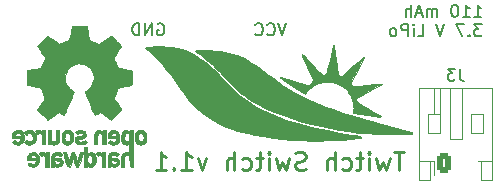
<source format=gbo>
G04 #@! TF.GenerationSoftware,KiCad,Pcbnew,(6.0.7)*
G04 #@! TF.CreationDate,2023-02-22T13:34:51-04:00*
G04 #@! TF.ProjectId,Twitch Switch,54776974-6368-4205-9377-697463682e6b,1.1*
G04 #@! TF.SameCoordinates,Original*
G04 #@! TF.FileFunction,Legend,Bot*
G04 #@! TF.FilePolarity,Positive*
%FSLAX46Y46*%
G04 Gerber Fmt 4.6, Leading zero omitted, Abs format (unit mm)*
G04 Created by KiCad (PCBNEW (6.0.7)) date 2023-02-22 13:34:51*
%MOMM*%
%LPD*%
G01*
G04 APERTURE LIST*
G04 Aperture macros list*
%AMRoundRect*
0 Rectangle with rounded corners*
0 $1 Rounding radius*
0 $2 $3 $4 $5 $6 $7 $8 $9 X,Y pos of 4 corners*
0 Add a 4 corners polygon primitive as box body*
4,1,4,$2,$3,$4,$5,$6,$7,$8,$9,$2,$3,0*
0 Add four circle primitives for the rounded corners*
1,1,$1+$1,$2,$3*
1,1,$1+$1,$4,$5*
1,1,$1+$1,$6,$7*
1,1,$1+$1,$8,$9*
0 Add four rect primitives between the rounded corners*
20,1,$1+$1,$2,$3,$4,$5,0*
20,1,$1+$1,$4,$5,$6,$7,0*
20,1,$1+$1,$6,$7,$8,$9,0*
20,1,$1+$1,$8,$9,$2,$3,0*%
G04 Aperture macros list end*
%ADD10C,0.254000*%
%ADD11C,0.152400*%
%ADD12C,0.150000*%
%ADD13C,0.120000*%
%ADD14C,0.010000*%
%ADD15C,0.001000*%
%ADD16R,1.700000X1.700000*%
%ADD17O,1.700000X1.700000*%
%ADD18C,0.900000*%
%ADD19RoundRect,0.250000X-0.350000X-0.625000X0.350000X-0.625000X0.350000X0.625000X-0.350000X0.625000X0*%
%ADD20O,1.200000X1.750000*%
G04 APERTURE END LIST*
D10*
X161090428Y-113338428D02*
X160219571Y-113338428D01*
X160655000Y-114862428D02*
X160655000Y-113338428D01*
X159856714Y-113846428D02*
X159566428Y-114862428D01*
X159276142Y-114136714D01*
X158985857Y-114862428D01*
X158695571Y-113846428D01*
X158115000Y-114862428D02*
X158115000Y-113846428D01*
X158115000Y-113338428D02*
X158187571Y-113411000D01*
X158115000Y-113483571D01*
X158042428Y-113411000D01*
X158115000Y-113338428D01*
X158115000Y-113483571D01*
X157607000Y-113846428D02*
X157026428Y-113846428D01*
X157389285Y-113338428D02*
X157389285Y-114644714D01*
X157316714Y-114789857D01*
X157171571Y-114862428D01*
X157026428Y-114862428D01*
X155865285Y-114789857D02*
X156010428Y-114862428D01*
X156300714Y-114862428D01*
X156445857Y-114789857D01*
X156518428Y-114717285D01*
X156591000Y-114572142D01*
X156591000Y-114136714D01*
X156518428Y-113991571D01*
X156445857Y-113919000D01*
X156300714Y-113846428D01*
X156010428Y-113846428D01*
X155865285Y-113919000D01*
X155212142Y-114862428D02*
X155212142Y-113338428D01*
X154559000Y-114862428D02*
X154559000Y-114064142D01*
X154631571Y-113919000D01*
X154776714Y-113846428D01*
X154994428Y-113846428D01*
X155139571Y-113919000D01*
X155212142Y-113991571D01*
X152744714Y-114789857D02*
X152527000Y-114862428D01*
X152164142Y-114862428D01*
X152019000Y-114789857D01*
X151946428Y-114717285D01*
X151873857Y-114572142D01*
X151873857Y-114427000D01*
X151946428Y-114281857D01*
X152019000Y-114209285D01*
X152164142Y-114136714D01*
X152454428Y-114064142D01*
X152599571Y-113991571D01*
X152672142Y-113919000D01*
X152744714Y-113773857D01*
X152744714Y-113628714D01*
X152672142Y-113483571D01*
X152599571Y-113411000D01*
X152454428Y-113338428D01*
X152091571Y-113338428D01*
X151873857Y-113411000D01*
X151365857Y-113846428D02*
X151075571Y-114862428D01*
X150785285Y-114136714D01*
X150495000Y-114862428D01*
X150204714Y-113846428D01*
X149624142Y-114862428D02*
X149624142Y-113846428D01*
X149624142Y-113338428D02*
X149696714Y-113411000D01*
X149624142Y-113483571D01*
X149551571Y-113411000D01*
X149624142Y-113338428D01*
X149624142Y-113483571D01*
X149116142Y-113846428D02*
X148535571Y-113846428D01*
X148898428Y-113338428D02*
X148898428Y-114644714D01*
X148825857Y-114789857D01*
X148680714Y-114862428D01*
X148535571Y-114862428D01*
X147374428Y-114789857D02*
X147519571Y-114862428D01*
X147809857Y-114862428D01*
X147955000Y-114789857D01*
X148027571Y-114717285D01*
X148100142Y-114572142D01*
X148100142Y-114136714D01*
X148027571Y-113991571D01*
X147955000Y-113919000D01*
X147809857Y-113846428D01*
X147519571Y-113846428D01*
X147374428Y-113919000D01*
X146721285Y-114862428D02*
X146721285Y-113338428D01*
X146068142Y-114862428D02*
X146068142Y-114064142D01*
X146140714Y-113919000D01*
X146285857Y-113846428D01*
X146503571Y-113846428D01*
X146648714Y-113919000D01*
X146721285Y-113991571D01*
X144326428Y-113846428D02*
X143963571Y-114862428D01*
X143600714Y-113846428D01*
X142221857Y-114862428D02*
X143092714Y-114862428D01*
X142657285Y-114862428D02*
X142657285Y-113338428D01*
X142802428Y-113556142D01*
X142947571Y-113701285D01*
X143092714Y-113773857D01*
X141568714Y-114717285D02*
X141496142Y-114789857D01*
X141568714Y-114862428D01*
X141641285Y-114789857D01*
X141568714Y-114717285D01*
X141568714Y-114862428D01*
X140044714Y-114862428D02*
X140915571Y-114862428D01*
X140480142Y-114862428D02*
X140480142Y-113338428D01*
X140625285Y-113556142D01*
X140770428Y-113701285D01*
X140915571Y-113773857D01*
D11*
X140223844Y-102489000D02*
X140320606Y-102440619D01*
X140465749Y-102440619D01*
X140610892Y-102489000D01*
X140707654Y-102585761D01*
X140756035Y-102682523D01*
X140804416Y-102876047D01*
X140804416Y-103021190D01*
X140756035Y-103214714D01*
X140707654Y-103311476D01*
X140610892Y-103408238D01*
X140465749Y-103456619D01*
X140368987Y-103456619D01*
X140223844Y-103408238D01*
X140175463Y-103359857D01*
X140175463Y-103021190D01*
X140368987Y-103021190D01*
X139740035Y-103456619D02*
X139740035Y-102440619D01*
X139159463Y-103456619D01*
X139159463Y-102440619D01*
X138675654Y-103456619D02*
X138675654Y-102440619D01*
X138433749Y-102440619D01*
X138288606Y-102489000D01*
X138191844Y-102585761D01*
X138143463Y-102682523D01*
X138095082Y-102876047D01*
X138095082Y-103021190D01*
X138143463Y-103214714D01*
X138191844Y-103311476D01*
X138288606Y-103408238D01*
X138433749Y-103456619D01*
X138675654Y-103456619D01*
X151114155Y-102440619D02*
X150775488Y-103456619D01*
X150436821Y-102440619D01*
X149517583Y-103359857D02*
X149565964Y-103408238D01*
X149711107Y-103456619D01*
X149807869Y-103456619D01*
X149953012Y-103408238D01*
X150049774Y-103311476D01*
X150098155Y-103214714D01*
X150146536Y-103021190D01*
X150146536Y-102876047D01*
X150098155Y-102682523D01*
X150049774Y-102585761D01*
X149953012Y-102489000D01*
X149807869Y-102440619D01*
X149711107Y-102440619D01*
X149565964Y-102489000D01*
X149517583Y-102537380D01*
X148501583Y-103359857D02*
X148549964Y-103408238D01*
X148695107Y-103456619D01*
X148791869Y-103456619D01*
X148937012Y-103408238D01*
X149033774Y-103311476D01*
X149082155Y-103214714D01*
X149130536Y-103021190D01*
X149130536Y-102876047D01*
X149082155Y-102682523D01*
X149033774Y-102585761D01*
X148937012Y-102489000D01*
X148791869Y-102440619D01*
X148695107Y-102440619D01*
X148549964Y-102489000D01*
X148501583Y-102537380D01*
X167020844Y-101876739D02*
X167601416Y-101876739D01*
X167311130Y-101876739D02*
X167311130Y-100860739D01*
X167407892Y-101005881D01*
X167504654Y-101102643D01*
X167601416Y-101151024D01*
X166053225Y-101876739D02*
X166633797Y-101876739D01*
X166343511Y-101876739D02*
X166343511Y-100860739D01*
X166440273Y-101005881D01*
X166537035Y-101102643D01*
X166633797Y-101151024D01*
X165424273Y-100860739D02*
X165327511Y-100860739D01*
X165230749Y-100909120D01*
X165182368Y-100957500D01*
X165133987Y-101054262D01*
X165085606Y-101247786D01*
X165085606Y-101489691D01*
X165133987Y-101683215D01*
X165182368Y-101779977D01*
X165230749Y-101828358D01*
X165327511Y-101876739D01*
X165424273Y-101876739D01*
X165521035Y-101828358D01*
X165569416Y-101779977D01*
X165617797Y-101683215D01*
X165666178Y-101489691D01*
X165666178Y-101247786D01*
X165617797Y-101054262D01*
X165569416Y-100957500D01*
X165521035Y-100909120D01*
X165424273Y-100860739D01*
X163876082Y-101876739D02*
X163876082Y-101199405D01*
X163876082Y-101296167D02*
X163827701Y-101247786D01*
X163730940Y-101199405D01*
X163585797Y-101199405D01*
X163489035Y-101247786D01*
X163440654Y-101344548D01*
X163440654Y-101876739D01*
X163440654Y-101344548D02*
X163392273Y-101247786D01*
X163295511Y-101199405D01*
X163150368Y-101199405D01*
X163053606Y-101247786D01*
X163005225Y-101344548D01*
X163005225Y-101876739D01*
X162569797Y-101586453D02*
X162085987Y-101586453D01*
X162666559Y-101876739D02*
X162327892Y-100860739D01*
X161989225Y-101876739D01*
X161650559Y-101876739D02*
X161650559Y-100860739D01*
X161215130Y-101876739D02*
X161215130Y-101344548D01*
X161263511Y-101247786D01*
X161360273Y-101199405D01*
X161505416Y-101199405D01*
X161602178Y-101247786D01*
X161650559Y-101296167D01*
X167649797Y-102496499D02*
X167020844Y-102496499D01*
X167359511Y-102883546D01*
X167214368Y-102883546D01*
X167117606Y-102931927D01*
X167069225Y-102980308D01*
X167020844Y-103077070D01*
X167020844Y-103318975D01*
X167069225Y-103415737D01*
X167117606Y-103464118D01*
X167214368Y-103512499D01*
X167504654Y-103512499D01*
X167601416Y-103464118D01*
X167649797Y-103415737D01*
X166585416Y-103415737D02*
X166537035Y-103464118D01*
X166585416Y-103512499D01*
X166633797Y-103464118D01*
X166585416Y-103415737D01*
X166585416Y-103512499D01*
X166198368Y-102496499D02*
X165521035Y-102496499D01*
X165956463Y-103512499D01*
X164505035Y-102496499D02*
X164166368Y-103512499D01*
X163827701Y-102496499D01*
X162231130Y-103512499D02*
X162714940Y-103512499D01*
X162714940Y-102496499D01*
X161892463Y-103512499D02*
X161892463Y-102835165D01*
X161892463Y-102496499D02*
X161940844Y-102544880D01*
X161892463Y-102593260D01*
X161844082Y-102544880D01*
X161892463Y-102496499D01*
X161892463Y-102593260D01*
X161408654Y-103512499D02*
X161408654Y-102496499D01*
X161021606Y-102496499D01*
X160924844Y-102544880D01*
X160876463Y-102593260D01*
X160828082Y-102690022D01*
X160828082Y-102835165D01*
X160876463Y-102931927D01*
X160924844Y-102980308D01*
X161021606Y-103028689D01*
X161408654Y-103028689D01*
X160247511Y-103512499D02*
X160344273Y-103464118D01*
X160392654Y-103415737D01*
X160441035Y-103318975D01*
X160441035Y-103028689D01*
X160392654Y-102931927D01*
X160344273Y-102883546D01*
X160247511Y-102835165D01*
X160102368Y-102835165D01*
X160005606Y-102883546D01*
X159957225Y-102931927D01*
X159908844Y-103028689D01*
X159908844Y-103318975D01*
X159957225Y-103415737D01*
X160005606Y-103464118D01*
X160102368Y-103512499D01*
X160247511Y-103512499D01*
D12*
X165785633Y-106270640D02*
X165785633Y-106984926D01*
X165833252Y-107127783D01*
X165928490Y-107223021D01*
X166071347Y-107270640D01*
X166166585Y-107270640D01*
X165404680Y-106270640D02*
X164785633Y-106270640D01*
X165118966Y-106651593D01*
X164976109Y-106651593D01*
X164880871Y-106699212D01*
X164833252Y-106746831D01*
X164785633Y-106842069D01*
X164785633Y-107080164D01*
X164833252Y-107175402D01*
X164880871Y-107223021D01*
X164976109Y-107270640D01*
X165261823Y-107270640D01*
X165357061Y-107223021D01*
X165404680Y-107175402D01*
D13*
X163652300Y-110121260D02*
X163652300Y-107861260D01*
X166752300Y-111721260D02*
X167752300Y-111721260D01*
X166752300Y-110121260D02*
X166752300Y-111721260D01*
X163312300Y-115681260D02*
X162392300Y-115681260D01*
X167592300Y-115681260D02*
X167592300Y-114081260D01*
X163592300Y-114081260D02*
X163592300Y-115296260D01*
X163592300Y-114081260D02*
X163312300Y-114081260D01*
X168512300Y-114081260D02*
X167592300Y-114081260D01*
X167752300Y-111721260D02*
X167752300Y-110121260D01*
X165952300Y-112221260D02*
X165952300Y-107861260D01*
X163312300Y-114081260D02*
X163312300Y-115681260D01*
X162392300Y-107861260D02*
X168512300Y-107861260D01*
X164152300Y-110121260D02*
X164152300Y-111721260D01*
X164152300Y-111721260D02*
X163152300Y-111721260D01*
X163152300Y-111721260D02*
X163152300Y-110121260D01*
X167592300Y-114081260D02*
X167312300Y-114081260D01*
X168512300Y-115681260D02*
X167592300Y-115681260D01*
X162392300Y-114081260D02*
X163312300Y-114081260D01*
X164152300Y-110121260D02*
X164152300Y-107861260D01*
X164952300Y-107861260D02*
X164952300Y-112221260D01*
X163152300Y-110121260D02*
X164152300Y-110121260D01*
X168512300Y-107861260D02*
X168512300Y-115681260D01*
X167752300Y-110121260D02*
X166752300Y-110121260D01*
X164952300Y-112221260D02*
X165952300Y-112221260D01*
X162392300Y-115681260D02*
X162392300Y-107861260D01*
G36*
X139274603Y-112217653D02*
G01*
X139267305Y-112312754D01*
X139254873Y-112380160D01*
X139234343Y-112433570D01*
X139202751Y-112486685D01*
X139201406Y-112488699D01*
X139123616Y-112574755D01*
X139028438Y-112640391D01*
X138917760Y-112679339D01*
X138772163Y-112691985D01*
X138629463Y-112667119D01*
X138501909Y-112607198D01*
X138401753Y-112514681D01*
X138372999Y-112470967D01*
X138319301Y-112335073D01*
X138292670Y-112167408D01*
X138293125Y-112124997D01*
X138560763Y-112124997D01*
X138561267Y-112204314D01*
X138569677Y-112257267D01*
X138588838Y-112297956D01*
X138621598Y-112340479D01*
X138667058Y-112382676D01*
X138757980Y-112420333D01*
X138855608Y-112413338D01*
X138948914Y-112361002D01*
X138975234Y-112336006D01*
X139003336Y-112293214D01*
X139018920Y-112233068D01*
X139027753Y-112139348D01*
X139030186Y-112068944D01*
X139016856Y-111925168D01*
X138975947Y-111822231D01*
X138907281Y-111759567D01*
X138826789Y-111729560D01*
X138730794Y-111732086D01*
X138641811Y-111782746D01*
X138620538Y-111802031D01*
X138593693Y-111835774D01*
X138577766Y-111879920D01*
X138568929Y-111947601D01*
X138563355Y-112051950D01*
X138560763Y-112124997D01*
X138293125Y-112124997D01*
X138294724Y-111976126D01*
X138297345Y-111948996D01*
X138333918Y-111775229D01*
X138401581Y-111640334D01*
X138500478Y-111544163D01*
X138630753Y-111486568D01*
X138792550Y-111467402D01*
X138853679Y-111469201D01*
X138979039Y-111491211D01*
X139081546Y-111543746D01*
X139177115Y-111633686D01*
X139192400Y-111651737D01*
X139233624Y-111712530D01*
X139260717Y-111781367D01*
X139275740Y-111868600D01*
X139280754Y-111984582D01*
X139279156Y-112068944D01*
X139277818Y-112139666D01*
X139274603Y-112217653D01*
G37*
D14*
X139274603Y-112217653D02*
X139267305Y-112312754D01*
X139254873Y-112380160D01*
X139234343Y-112433570D01*
X139202751Y-112486685D01*
X139201406Y-112488699D01*
X139123616Y-112574755D01*
X139028438Y-112640391D01*
X138917760Y-112679339D01*
X138772163Y-112691985D01*
X138629463Y-112667119D01*
X138501909Y-112607198D01*
X138401753Y-112514681D01*
X138372999Y-112470967D01*
X138319301Y-112335073D01*
X138292670Y-112167408D01*
X138293125Y-112124997D01*
X138560763Y-112124997D01*
X138561267Y-112204314D01*
X138569677Y-112257267D01*
X138588838Y-112297956D01*
X138621598Y-112340479D01*
X138667058Y-112382676D01*
X138757980Y-112420333D01*
X138855608Y-112413338D01*
X138948914Y-112361002D01*
X138975234Y-112336006D01*
X139003336Y-112293214D01*
X139018920Y-112233068D01*
X139027753Y-112139348D01*
X139030186Y-112068944D01*
X139016856Y-111925168D01*
X138975947Y-111822231D01*
X138907281Y-111759567D01*
X138826789Y-111729560D01*
X138730794Y-111732086D01*
X138641811Y-111782746D01*
X138620538Y-111802031D01*
X138593693Y-111835774D01*
X138577766Y-111879920D01*
X138568929Y-111947601D01*
X138563355Y-112051950D01*
X138560763Y-112124997D01*
X138293125Y-112124997D01*
X138294724Y-111976126D01*
X138297345Y-111948996D01*
X138333918Y-111775229D01*
X138401581Y-111640334D01*
X138500478Y-111544163D01*
X138630753Y-111486568D01*
X138792550Y-111467402D01*
X138853679Y-111469201D01*
X138979039Y-111491211D01*
X139081546Y-111543746D01*
X139177115Y-111633686D01*
X139192400Y-111651737D01*
X139233624Y-111712530D01*
X139260717Y-111781367D01*
X139275740Y-111868600D01*
X139280754Y-111984582D01*
X139279156Y-112068944D01*
X139277818Y-112139666D01*
X139274603Y-112217653D01*
G36*
X135351906Y-111471271D02*
G01*
X135465422Y-111506937D01*
X135515473Y-111531177D01*
X135540646Y-111533681D01*
X135546353Y-111511620D01*
X135546359Y-111510952D01*
X135558660Y-111488426D01*
X135601084Y-111476879D01*
X135683314Y-111473628D01*
X135820275Y-111473628D01*
X135820275Y-112668922D01*
X135546353Y-112668922D01*
X135546353Y-112256907D01*
X135546166Y-112117779D01*
X135544885Y-112003493D01*
X135541458Y-111923519D01*
X135534832Y-111869708D01*
X135523954Y-111833912D01*
X135507771Y-111807982D01*
X135485230Y-111783770D01*
X135454527Y-111758017D01*
X135366239Y-111723416D01*
X135273565Y-111733571D01*
X135188671Y-111788298D01*
X135164406Y-111813768D01*
X135146987Y-111839545D01*
X135135304Y-111873848D01*
X135128212Y-111924933D01*
X135124564Y-112001056D01*
X135123215Y-112110471D01*
X135123020Y-112261435D01*
X135123020Y-112668922D01*
X134849098Y-112668922D01*
X134849645Y-112226912D01*
X134849682Y-112207223D01*
X134852058Y-112019209D01*
X134859353Y-111873159D01*
X134873445Y-111761971D01*
X134896207Y-111678544D01*
X134929514Y-111615775D01*
X134975241Y-111566561D01*
X135035264Y-111523802D01*
X135097240Y-111494199D01*
X135222055Y-111467305D01*
X135351906Y-111471271D01*
G37*
X135351906Y-111471271D02*
X135465422Y-111506937D01*
X135515473Y-111531177D01*
X135540646Y-111533681D01*
X135546353Y-111511620D01*
X135546359Y-111510952D01*
X135558660Y-111488426D01*
X135601084Y-111476879D01*
X135683314Y-111473628D01*
X135820275Y-111473628D01*
X135820275Y-112668922D01*
X135546353Y-112668922D01*
X135546353Y-112256907D01*
X135546166Y-112117779D01*
X135544885Y-112003493D01*
X135541458Y-111923519D01*
X135534832Y-111869708D01*
X135523954Y-111833912D01*
X135507771Y-111807982D01*
X135485230Y-111783770D01*
X135454527Y-111758017D01*
X135366239Y-111723416D01*
X135273565Y-111733571D01*
X135188671Y-111788298D01*
X135164406Y-111813768D01*
X135146987Y-111839545D01*
X135135304Y-111873848D01*
X135128212Y-111924933D01*
X135124564Y-112001056D01*
X135123215Y-112110471D01*
X135123020Y-112261435D01*
X135123020Y-112668922D01*
X134849098Y-112668922D01*
X134849645Y-112226912D01*
X134849682Y-112207223D01*
X134852058Y-112019209D01*
X134859353Y-111873159D01*
X134873445Y-111761971D01*
X134896207Y-111678544D01*
X134929514Y-111615775D01*
X134975241Y-111566561D01*
X135035264Y-111523802D01*
X135097240Y-111494199D01*
X135222055Y-111467305D01*
X135351906Y-111471271D01*
G36*
X130163502Y-114044330D02*
G01*
X130134010Y-114222105D01*
X130073329Y-114361892D01*
X129980922Y-114464689D01*
X129856255Y-114531496D01*
X129815976Y-114543300D01*
X129672153Y-114559786D01*
X129520289Y-114545873D01*
X129383118Y-114502935D01*
X129334794Y-114478565D01*
X129265507Y-114436819D01*
X129223517Y-114402468D01*
X129217317Y-114394620D01*
X129205719Y-114365917D01*
X129222430Y-114334714D01*
X129273321Y-114287459D01*
X129297880Y-114266887D01*
X129346260Y-114229242D01*
X129371627Y-114213855D01*
X129378894Y-114215440D01*
X129420544Y-114232574D01*
X129482726Y-114262647D01*
X129503000Y-114272540D01*
X129622600Y-114309275D01*
X129726506Y-114299805D01*
X129817621Y-114243971D01*
X129828222Y-114233654D01*
X129878909Y-114169031D01*
X129907870Y-114107010D01*
X129923909Y-114038530D01*
X129171451Y-114038530D01*
X129171590Y-113907794D01*
X129171670Y-113894792D01*
X129181829Y-113789903D01*
X129445373Y-113789903D01*
X129448485Y-113811657D01*
X129464462Y-113826649D01*
X129502543Y-113834970D01*
X129571960Y-113838549D01*
X129681942Y-113839314D01*
X129743086Y-113838521D01*
X129833338Y-113833888D01*
X129895416Y-113826038D01*
X129918510Y-113816033D01*
X129898814Y-113733677D01*
X129841151Y-113656811D01*
X129757984Y-113603484D01*
X129661911Y-113585038D01*
X129591178Y-113605832D01*
X129520471Y-113656664D01*
X129466722Y-113722892D01*
X129445373Y-113789903D01*
X129181829Y-113789903D01*
X129187248Y-113733950D01*
X129232592Y-113603106D01*
X129311712Y-113490313D01*
X129359979Y-113442600D01*
X129459663Y-113378731D01*
X129578693Y-113347784D01*
X129729043Y-113345607D01*
X129801668Y-113354139D01*
X129935727Y-113398440D01*
X130038365Y-113479069D01*
X130110480Y-113597271D01*
X130152972Y-113754291D01*
X130157286Y-113816033D01*
X130166740Y-113951373D01*
X130163502Y-114044330D01*
G37*
X130163502Y-114044330D02*
X130134010Y-114222105D01*
X130073329Y-114361892D01*
X129980922Y-114464689D01*
X129856255Y-114531496D01*
X129815976Y-114543300D01*
X129672153Y-114559786D01*
X129520289Y-114545873D01*
X129383118Y-114502935D01*
X129334794Y-114478565D01*
X129265507Y-114436819D01*
X129223517Y-114402468D01*
X129217317Y-114394620D01*
X129205719Y-114365917D01*
X129222430Y-114334714D01*
X129273321Y-114287459D01*
X129297880Y-114266887D01*
X129346260Y-114229242D01*
X129371627Y-114213855D01*
X129378894Y-114215440D01*
X129420544Y-114232574D01*
X129482726Y-114262647D01*
X129503000Y-114272540D01*
X129622600Y-114309275D01*
X129726506Y-114299805D01*
X129817621Y-114243971D01*
X129828222Y-114233654D01*
X129878909Y-114169031D01*
X129907870Y-114107010D01*
X129923909Y-114038530D01*
X129171451Y-114038530D01*
X129171590Y-113907794D01*
X129171670Y-113894792D01*
X129181829Y-113789903D01*
X129445373Y-113789903D01*
X129448485Y-113811657D01*
X129464462Y-113826649D01*
X129502543Y-113834970D01*
X129571960Y-113838549D01*
X129681942Y-113839314D01*
X129743086Y-113838521D01*
X129833338Y-113833888D01*
X129895416Y-113826038D01*
X129918510Y-113816033D01*
X129898814Y-113733677D01*
X129841151Y-113656811D01*
X129757984Y-113603484D01*
X129661911Y-113585038D01*
X129591178Y-113605832D01*
X129520471Y-113656664D01*
X129466722Y-113722892D01*
X129445373Y-113789903D01*
X129181829Y-113789903D01*
X129187248Y-113733950D01*
X129232592Y-113603106D01*
X129311712Y-113490313D01*
X129359979Y-113442600D01*
X129459663Y-113378731D01*
X129578693Y-113347784D01*
X129729043Y-113345607D01*
X129801668Y-113354139D01*
X129935727Y-113398440D01*
X130038365Y-113479069D01*
X130110480Y-113597271D01*
X130152972Y-113754291D01*
X130157286Y-113816033D01*
X130166740Y-113951373D01*
X130163502Y-114044330D01*
G36*
X134968822Y-114151032D02*
G01*
X134962474Y-114225192D01*
X134961386Y-114231989D01*
X134918660Y-114353555D01*
X134840634Y-114456619D01*
X134738274Y-114526444D01*
X134628354Y-114555346D01*
X134493151Y-114553103D01*
X134368776Y-114514351D01*
X134336379Y-114497998D01*
X134294720Y-114480475D01*
X134278867Y-114485927D01*
X134276353Y-114514351D01*
X134275199Y-114528525D01*
X134260292Y-114549488D01*
X134218889Y-114559140D01*
X134139393Y-114561471D01*
X134002432Y-114561471D01*
X134002432Y-113963607D01*
X134276353Y-113963607D01*
X134278316Y-114067181D01*
X134286283Y-114136138D01*
X134303292Y-114183379D01*
X134332383Y-114222968D01*
X134409196Y-114281831D01*
X134499086Y-114301564D01*
X134586254Y-114277162D01*
X134659669Y-114209090D01*
X134679075Y-114159278D01*
X134693410Y-114071070D01*
X134699711Y-113964052D01*
X134697726Y-113854284D01*
X134687199Y-113757827D01*
X134667876Y-113690743D01*
X134661703Y-113679742D01*
X134602193Y-113624453D01*
X134521546Y-113599959D01*
X134434933Y-113605656D01*
X134357522Y-113640940D01*
X134304486Y-113705208D01*
X134302294Y-113710613D01*
X134289143Y-113770921D01*
X134279866Y-113861039D01*
X134276353Y-113963607D01*
X134002432Y-113963607D01*
X134002432Y-112868137D01*
X134276353Y-112868137D01*
X134276353Y-113448601D01*
X134327090Y-113402685D01*
X134375942Y-113374146D01*
X134468402Y-113350290D01*
X134576485Y-113342603D01*
X134682036Y-113352040D01*
X134766900Y-113379557D01*
X134827641Y-113418699D01*
X134890207Y-113485379D01*
X134932315Y-113575053D01*
X134957627Y-113696355D01*
X134969806Y-113857918D01*
X134971596Y-113923225D01*
X134971725Y-113964052D01*
X134971979Y-114044570D01*
X134968822Y-114151032D01*
G37*
X134968822Y-114151032D02*
X134962474Y-114225192D01*
X134961386Y-114231989D01*
X134918660Y-114353555D01*
X134840634Y-114456619D01*
X134738274Y-114526444D01*
X134628354Y-114555346D01*
X134493151Y-114553103D01*
X134368776Y-114514351D01*
X134336379Y-114497998D01*
X134294720Y-114480475D01*
X134278867Y-114485927D01*
X134276353Y-114514351D01*
X134275199Y-114528525D01*
X134260292Y-114549488D01*
X134218889Y-114559140D01*
X134139393Y-114561471D01*
X134002432Y-114561471D01*
X134002432Y-113963607D01*
X134276353Y-113963607D01*
X134278316Y-114067181D01*
X134286283Y-114136138D01*
X134303292Y-114183379D01*
X134332383Y-114222968D01*
X134409196Y-114281831D01*
X134499086Y-114301564D01*
X134586254Y-114277162D01*
X134659669Y-114209090D01*
X134679075Y-114159278D01*
X134693410Y-114071070D01*
X134699711Y-113964052D01*
X134697726Y-113854284D01*
X134687199Y-113757827D01*
X134667876Y-113690743D01*
X134661703Y-113679742D01*
X134602193Y-113624453D01*
X134521546Y-113599959D01*
X134434933Y-113605656D01*
X134357522Y-113640940D01*
X134304486Y-113705208D01*
X134302294Y-113710613D01*
X134289143Y-113770921D01*
X134279866Y-113861039D01*
X134276353Y-113963607D01*
X134002432Y-113963607D01*
X134002432Y-112868137D01*
X134276353Y-112868137D01*
X134276353Y-113448601D01*
X134327090Y-113402685D01*
X134375942Y-113374146D01*
X134468402Y-113350290D01*
X134576485Y-113342603D01*
X134682036Y-113352040D01*
X134766900Y-113379557D01*
X134827641Y-113418699D01*
X134890207Y-113485379D01*
X134932315Y-113575053D01*
X134957627Y-113696355D01*
X134969806Y-113857918D01*
X134971596Y-113923225D01*
X134971725Y-113964052D01*
X134971979Y-114044570D01*
X134968822Y-114151032D01*
G36*
X135770471Y-114561471D02*
G01*
X135521451Y-114561471D01*
X135521451Y-114177111D01*
X135521176Y-114087706D01*
X135518344Y-113939629D01*
X135511176Y-113830003D01*
X135498116Y-113751252D01*
X135477608Y-113695798D01*
X135448098Y-113656061D01*
X135408031Y-113624465D01*
X135364290Y-113600921D01*
X135312496Y-113594246D01*
X135238831Y-113609090D01*
X135215159Y-113615271D01*
X135156069Y-113624572D01*
X135113818Y-113611245D01*
X135064848Y-113569996D01*
X135055555Y-113561026D01*
X135004179Y-113505534D01*
X134971047Y-113460415D01*
X134966502Y-113449545D01*
X134975508Y-113409409D01*
X135021174Y-113377320D01*
X135093246Y-113354799D01*
X135181471Y-113343367D01*
X135275594Y-113344544D01*
X135365362Y-113359850D01*
X135440520Y-113390806D01*
X135464343Y-113405260D01*
X135504449Y-113426417D01*
X135519296Y-113421572D01*
X135521451Y-113390712D01*
X135521957Y-113379633D01*
X135533970Y-113355091D01*
X135571236Y-113343921D01*
X135645961Y-113341275D01*
X135770471Y-113341275D01*
X135770471Y-114561471D01*
G37*
X135770471Y-114561471D02*
X135521451Y-114561471D01*
X135521451Y-114177111D01*
X135521176Y-114087706D01*
X135518344Y-113939629D01*
X135511176Y-113830003D01*
X135498116Y-113751252D01*
X135477608Y-113695798D01*
X135448098Y-113656061D01*
X135408031Y-113624465D01*
X135364290Y-113600921D01*
X135312496Y-113594246D01*
X135238831Y-113609090D01*
X135215159Y-113615271D01*
X135156069Y-113624572D01*
X135113818Y-113611245D01*
X135064848Y-113569996D01*
X135055555Y-113561026D01*
X135004179Y-113505534D01*
X134971047Y-113460415D01*
X134966502Y-113449545D01*
X134975508Y-113409409D01*
X135021174Y-113377320D01*
X135093246Y-113354799D01*
X135181471Y-113343367D01*
X135275594Y-113344544D01*
X135365362Y-113359850D01*
X135440520Y-113390806D01*
X135464343Y-113405260D01*
X135504449Y-113426417D01*
X135519296Y-113421572D01*
X135521451Y-113390712D01*
X135521957Y-113379633D01*
X135533970Y-113355091D01*
X135571236Y-113343921D01*
X135645961Y-113341275D01*
X135770471Y-113341275D01*
X135770471Y-114561471D01*
G36*
X131188510Y-111861245D02*
G01*
X131190611Y-112035624D01*
X131198833Y-112176460D01*
X131215491Y-112278825D01*
X131242891Y-112348458D01*
X131283343Y-112391093D01*
X131339152Y-112412468D01*
X131412628Y-112418318D01*
X131482783Y-112413097D01*
X131539443Y-112392659D01*
X131580626Y-112351254D01*
X131608640Y-112283147D01*
X131625793Y-112182600D01*
X131634392Y-112043879D01*
X131636746Y-111861245D01*
X131636746Y-111473628D01*
X131885765Y-111473628D01*
X131885765Y-111940928D01*
X131885338Y-112065659D01*
X131882018Y-112226955D01*
X131873687Y-112349965D01*
X131858326Y-112441729D01*
X131833919Y-112509291D01*
X131798447Y-112559691D01*
X131749892Y-112599971D01*
X131686235Y-112637174D01*
X131552562Y-112684270D01*
X131413055Y-112687342D01*
X131281524Y-112643971D01*
X131224135Y-112615857D01*
X131195664Y-112611654D01*
X131188510Y-112631520D01*
X131176632Y-112653826D01*
X131134116Y-112665576D01*
X131051549Y-112668922D01*
X130914589Y-112668922D01*
X130914589Y-111473628D01*
X131188510Y-111473628D01*
X131188510Y-111861245D01*
G37*
X131188510Y-111861245D02*
X131190611Y-112035624D01*
X131198833Y-112176460D01*
X131215491Y-112278825D01*
X131242891Y-112348458D01*
X131283343Y-112391093D01*
X131339152Y-112412468D01*
X131412628Y-112418318D01*
X131482783Y-112413097D01*
X131539443Y-112392659D01*
X131580626Y-112351254D01*
X131608640Y-112283147D01*
X131625793Y-112182600D01*
X131634392Y-112043879D01*
X131636746Y-111861245D01*
X131636746Y-111473628D01*
X131885765Y-111473628D01*
X131885765Y-111940928D01*
X131885338Y-112065659D01*
X131882018Y-112226955D01*
X131873687Y-112349965D01*
X131858326Y-112441729D01*
X131833919Y-112509291D01*
X131798447Y-112559691D01*
X131749892Y-112599971D01*
X131686235Y-112637174D01*
X131552562Y-112684270D01*
X131413055Y-112687342D01*
X131281524Y-112643971D01*
X131224135Y-112615857D01*
X131195664Y-112611654D01*
X131188510Y-112631520D01*
X131176632Y-112653826D01*
X131134116Y-112665576D01*
X131051549Y-112668922D01*
X130914589Y-112668922D01*
X130914589Y-111473628D01*
X131188510Y-111473628D01*
X131188510Y-111861245D01*
G36*
X132166719Y-114346789D02*
G01*
X132101432Y-114443505D01*
X132002398Y-114513077D01*
X131992679Y-114517305D01*
X131884320Y-114547767D01*
X131762223Y-114559642D01*
X131646138Y-114552382D01*
X131555814Y-114525441D01*
X131519734Y-114507865D01*
X131493256Y-114503674D01*
X131487334Y-114525594D01*
X131476116Y-114545866D01*
X131432713Y-114557938D01*
X131348469Y-114561471D01*
X131209604Y-114561471D01*
X131216995Y-114125686D01*
X131487334Y-114125686D01*
X131496713Y-114190829D01*
X131537138Y-114262647D01*
X131552059Y-114275848D01*
X131613218Y-114303620D01*
X131705226Y-114310766D01*
X131760435Y-114307974D01*
X131863741Y-114286952D01*
X131927771Y-114247782D01*
X131949367Y-114193122D01*
X131925369Y-114125628D01*
X131911367Y-114107964D01*
X131848827Y-114068345D01*
X131749847Y-114045722D01*
X131608731Y-114038530D01*
X131487334Y-114038530D01*
X131487334Y-114125686D01*
X131216995Y-114125686D01*
X131217734Y-114082108D01*
X131219943Y-113971258D01*
X131225761Y-113805305D01*
X131235567Y-113678409D01*
X131251299Y-113583654D01*
X131274894Y-113514120D01*
X131308291Y-113462890D01*
X131353427Y-113423046D01*
X131412239Y-113387669D01*
X131442580Y-113374163D01*
X131547541Y-113348669D01*
X131674134Y-113338129D01*
X131805017Y-113342350D01*
X131922845Y-113361140D01*
X132010275Y-113394305D01*
X132040687Y-113413562D01*
X132110705Y-113470636D01*
X132134403Y-113518427D01*
X132128648Y-113527662D01*
X132092782Y-113559919D01*
X132034881Y-113602950D01*
X132005279Y-113623091D01*
X131954868Y-113651629D01*
X131922110Y-113654354D01*
X131891695Y-113634657D01*
X131815892Y-113594766D01*
X131713895Y-113578361D01*
X131609661Y-113590920D01*
X131607689Y-113591489D01*
X131534171Y-113623431D01*
X131497781Y-113673428D01*
X131487715Y-113756116D01*
X131487334Y-113834780D01*
X131747230Y-113843273D01*
X131788636Y-113844670D01*
X131893027Y-113849528D01*
X131963010Y-113857161D01*
X132010313Y-113870425D01*
X132046668Y-113892181D01*
X132083804Y-113925285D01*
X132145120Y-114001855D01*
X132190059Y-114115157D01*
X132194465Y-114193122D01*
X132196760Y-114233738D01*
X132166719Y-114346789D01*
G37*
X132166719Y-114346789D02*
X132101432Y-114443505D01*
X132002398Y-114513077D01*
X131992679Y-114517305D01*
X131884320Y-114547767D01*
X131762223Y-114559642D01*
X131646138Y-114552382D01*
X131555814Y-114525441D01*
X131519734Y-114507865D01*
X131493256Y-114503674D01*
X131487334Y-114525594D01*
X131476116Y-114545866D01*
X131432713Y-114557938D01*
X131348469Y-114561471D01*
X131209604Y-114561471D01*
X131216995Y-114125686D01*
X131487334Y-114125686D01*
X131496713Y-114190829D01*
X131537138Y-114262647D01*
X131552059Y-114275848D01*
X131613218Y-114303620D01*
X131705226Y-114310766D01*
X131760435Y-114307974D01*
X131863741Y-114286952D01*
X131927771Y-114247782D01*
X131949367Y-114193122D01*
X131925369Y-114125628D01*
X131911367Y-114107964D01*
X131848827Y-114068345D01*
X131749847Y-114045722D01*
X131608731Y-114038530D01*
X131487334Y-114038530D01*
X131487334Y-114125686D01*
X131216995Y-114125686D01*
X131217734Y-114082108D01*
X131219943Y-113971258D01*
X131225761Y-113805305D01*
X131235567Y-113678409D01*
X131251299Y-113583654D01*
X131274894Y-113514120D01*
X131308291Y-113462890D01*
X131353427Y-113423046D01*
X131412239Y-113387669D01*
X131442580Y-113374163D01*
X131547541Y-113348669D01*
X131674134Y-113338129D01*
X131805017Y-113342350D01*
X131922845Y-113361140D01*
X132010275Y-113394305D01*
X132040687Y-113413562D01*
X132110705Y-113470636D01*
X132134403Y-113518427D01*
X132128648Y-113527662D01*
X132092782Y-113559919D01*
X132034881Y-113602950D01*
X132005279Y-113623091D01*
X131954868Y-113651629D01*
X131922110Y-113654354D01*
X131891695Y-113634657D01*
X131815892Y-113594766D01*
X131713895Y-113578361D01*
X131609661Y-113590920D01*
X131607689Y-113591489D01*
X131534171Y-113623431D01*
X131497781Y-113673428D01*
X131487715Y-113756116D01*
X131487334Y-113834780D01*
X131747230Y-113843273D01*
X131788636Y-113844670D01*
X131893027Y-113849528D01*
X131963010Y-113857161D01*
X132010313Y-113870425D01*
X132046668Y-113892181D01*
X132083804Y-113925285D01*
X132145120Y-114001855D01*
X132190059Y-114115157D01*
X132194465Y-114193122D01*
X132196760Y-114233738D01*
X132166719Y-114346789D01*
G36*
X133799810Y-111472820D02*
G01*
X133943629Y-111508866D01*
X134048691Y-111575677D01*
X134115594Y-111673702D01*
X134144940Y-111803387D01*
X134138999Y-111927544D01*
X134096114Y-112032266D01*
X134013876Y-112109693D01*
X133890635Y-112161337D01*
X133724744Y-112188710D01*
X133616952Y-112203057D01*
X133518566Y-112234099D01*
X133467771Y-112279053D01*
X133464704Y-112337838D01*
X133485146Y-112374493D01*
X133548454Y-112417935D01*
X133638449Y-112438483D01*
X133743913Y-112435673D01*
X133853626Y-112409042D01*
X133956368Y-112358128D01*
X134058804Y-112290339D01*
X134148902Y-112381508D01*
X134239000Y-112472676D01*
X134164295Y-112533655D01*
X134135246Y-112554842D01*
X134053517Y-112602978D01*
X133965079Y-112644457D01*
X133895087Y-112668262D01*
X133792602Y-112685504D01*
X133666255Y-112685732D01*
X133511318Y-112666748D01*
X133371745Y-112618630D01*
X133272950Y-112542195D01*
X133214701Y-112437254D01*
X133196762Y-112303617D01*
X133209747Y-112186054D01*
X133251431Y-112089803D01*
X133326477Y-112020873D01*
X133439635Y-111975030D01*
X133595654Y-111948042D01*
X133613574Y-111946088D01*
X133710714Y-111933630D01*
X133789514Y-111920592D01*
X133834344Y-111909499D01*
X133849304Y-111900567D01*
X133874596Y-111854509D01*
X133870488Y-111795553D01*
X133836688Y-111744373D01*
X133818939Y-111733210D01*
X133744981Y-111715326D01*
X133649451Y-111716529D01*
X133549836Y-111735561D01*
X133463621Y-111771168D01*
X133373031Y-111824618D01*
X133302763Y-111742505D01*
X133285712Y-111721644D01*
X133247298Y-111665761D01*
X133231483Y-111627887D01*
X133248090Y-111604664D01*
X133299469Y-111568412D01*
X133373657Y-111529402D01*
X133384110Y-111524633D01*
X133481941Y-111487229D01*
X133576241Y-111469345D01*
X133693262Y-111465754D01*
X133799810Y-111472820D01*
G37*
X133799810Y-111472820D02*
X133943629Y-111508866D01*
X134048691Y-111575677D01*
X134115594Y-111673702D01*
X134144940Y-111803387D01*
X134138999Y-111927544D01*
X134096114Y-112032266D01*
X134013876Y-112109693D01*
X133890635Y-112161337D01*
X133724744Y-112188710D01*
X133616952Y-112203057D01*
X133518566Y-112234099D01*
X133467771Y-112279053D01*
X133464704Y-112337838D01*
X133485146Y-112374493D01*
X133548454Y-112417935D01*
X133638449Y-112438483D01*
X133743913Y-112435673D01*
X133853626Y-112409042D01*
X133956368Y-112358128D01*
X134058804Y-112290339D01*
X134148902Y-112381508D01*
X134239000Y-112472676D01*
X134164295Y-112533655D01*
X134135246Y-112554842D01*
X134053517Y-112602978D01*
X133965079Y-112644457D01*
X133895087Y-112668262D01*
X133792602Y-112685504D01*
X133666255Y-112685732D01*
X133511318Y-112666748D01*
X133371745Y-112618630D01*
X133272950Y-112542195D01*
X133214701Y-112437254D01*
X133196762Y-112303617D01*
X133209747Y-112186054D01*
X133251431Y-112089803D01*
X133326477Y-112020873D01*
X133439635Y-111975030D01*
X133595654Y-111948042D01*
X133613574Y-111946088D01*
X133710714Y-111933630D01*
X133789514Y-111920592D01*
X133834344Y-111909499D01*
X133849304Y-111900567D01*
X133874596Y-111854509D01*
X133870488Y-111795553D01*
X133836688Y-111744373D01*
X133818939Y-111733210D01*
X133744981Y-111715326D01*
X133649451Y-111716529D01*
X133549836Y-111735561D01*
X133463621Y-111771168D01*
X133373031Y-111824618D01*
X133302763Y-111742505D01*
X133285712Y-111721644D01*
X133247298Y-111665761D01*
X133231483Y-111627887D01*
X133248090Y-111604664D01*
X133299469Y-111568412D01*
X133373657Y-111529402D01*
X133384110Y-111524633D01*
X133481941Y-111487229D01*
X133576241Y-111469345D01*
X133693262Y-111465754D01*
X133799810Y-111472820D01*
G36*
X136993286Y-112096108D02*
G01*
X136991109Y-112172224D01*
X136966559Y-112338570D01*
X136912460Y-112469728D01*
X136825982Y-112571101D01*
X136704295Y-112648096D01*
X136586249Y-112684039D01*
X136438161Y-112690915D01*
X136288748Y-112664468D01*
X136155472Y-112606037D01*
X136106083Y-112573532D01*
X136051668Y-112531868D01*
X136026840Y-112504452D01*
X136028247Y-112493140D01*
X136056039Y-112454597D01*
X136108272Y-112407901D01*
X136198791Y-112338858D01*
X136304858Y-112391831D01*
X136333540Y-112404943D01*
X136417971Y-112433441D01*
X136488737Y-112444804D01*
X136540919Y-112435441D01*
X136622806Y-112390351D01*
X136691637Y-112320355D01*
X136731007Y-112239363D01*
X136747047Y-112170882D01*
X135994589Y-112170882D01*
X135994728Y-112040147D01*
X135995867Y-111998713D01*
X136004182Y-111909805D01*
X136268510Y-111909805D01*
X136268995Y-111914899D01*
X136282687Y-111930760D01*
X136321378Y-111940505D01*
X136393317Y-111945413D01*
X136506757Y-111946765D01*
X136544042Y-111946749D01*
X136640873Y-111945854D01*
X136699083Y-111941988D01*
X136727306Y-111932968D01*
X136734173Y-111916611D01*
X136728317Y-111890735D01*
X136727423Y-111887802D01*
X136676973Y-111797759D01*
X136597442Y-111735766D01*
X136502603Y-111712686D01*
X136467547Y-111714532D01*
X136402481Y-111736611D01*
X136340061Y-111792766D01*
X136323247Y-111812621D01*
X136284137Y-111869326D01*
X136268510Y-111909805D01*
X136004182Y-111909805D01*
X136005251Y-111898376D01*
X136020988Y-111815349D01*
X136038236Y-111768868D01*
X136098879Y-111667769D01*
X136180094Y-111575951D01*
X136265981Y-111513037D01*
X136290796Y-111501354D01*
X136435290Y-111462600D01*
X136582842Y-111466686D01*
X136721567Y-111511882D01*
X136839579Y-111596461D01*
X136903410Y-111674461D01*
X136955601Y-111784343D01*
X136983503Y-111916611D01*
X136984573Y-111921685D01*
X136993286Y-112096108D01*
G37*
X136993286Y-112096108D02*
X136991109Y-112172224D01*
X136966559Y-112338570D01*
X136912460Y-112469728D01*
X136825982Y-112571101D01*
X136704295Y-112648096D01*
X136586249Y-112684039D01*
X136438161Y-112690915D01*
X136288748Y-112664468D01*
X136155472Y-112606037D01*
X136106083Y-112573532D01*
X136051668Y-112531868D01*
X136026840Y-112504452D01*
X136028247Y-112493140D01*
X136056039Y-112454597D01*
X136108272Y-112407901D01*
X136198791Y-112338858D01*
X136304858Y-112391831D01*
X136333540Y-112404943D01*
X136417971Y-112433441D01*
X136488737Y-112444804D01*
X136540919Y-112435441D01*
X136622806Y-112390351D01*
X136691637Y-112320355D01*
X136731007Y-112239363D01*
X136747047Y-112170882D01*
X135994589Y-112170882D01*
X135994728Y-112040147D01*
X135995867Y-111998713D01*
X136004182Y-111909805D01*
X136268510Y-111909805D01*
X136268995Y-111914899D01*
X136282687Y-111930760D01*
X136321378Y-111940505D01*
X136393317Y-111945413D01*
X136506757Y-111946765D01*
X136544042Y-111946749D01*
X136640873Y-111945854D01*
X136699083Y-111941988D01*
X136727306Y-111932968D01*
X136734173Y-111916611D01*
X136728317Y-111890735D01*
X136727423Y-111887802D01*
X136676973Y-111797759D01*
X136597442Y-111735766D01*
X136502603Y-111712686D01*
X136467547Y-111714532D01*
X136402481Y-111736611D01*
X136340061Y-111792766D01*
X136323247Y-111812621D01*
X136284137Y-111869326D01*
X136268510Y-111909805D01*
X136004182Y-111909805D01*
X136005251Y-111898376D01*
X136020988Y-111815349D01*
X136038236Y-111768868D01*
X136098879Y-111667769D01*
X136180094Y-111575951D01*
X136265981Y-111513037D01*
X136290796Y-111501354D01*
X136435290Y-111462600D01*
X136582842Y-111466686D01*
X136721567Y-111511882D01*
X136839579Y-111596461D01*
X136903410Y-111674461D01*
X136955601Y-111784343D01*
X136983503Y-111916611D01*
X136984573Y-111921685D01*
X136993286Y-112096108D01*
G36*
X130211842Y-111464381D02*
G01*
X130272889Y-111483439D01*
X130348069Y-111515115D01*
X130384469Y-111532138D01*
X130410740Y-111535215D01*
X130416549Y-111511620D01*
X130416555Y-111510952D01*
X130428856Y-111488426D01*
X130471281Y-111476879D01*
X130553510Y-111473628D01*
X130690471Y-111473628D01*
X130690471Y-112668922D01*
X130416549Y-112668922D01*
X130416549Y-111844779D01*
X130348454Y-111781670D01*
X130327180Y-111763735D01*
X130263811Y-111733091D01*
X130185776Y-111731863D01*
X130079520Y-111758903D01*
X130043701Y-111760615D01*
X130001683Y-111734383D01*
X129945757Y-111672035D01*
X129918628Y-111637547D01*
X129886543Y-111588852D01*
X129881599Y-111557855D01*
X129899563Y-111531707D01*
X129954710Y-111498641D01*
X130040363Y-111472472D01*
X130133292Y-111459496D01*
X130211842Y-111464381D01*
G37*
X130211842Y-111464381D02*
X130272889Y-111483439D01*
X130348069Y-111515115D01*
X130384469Y-111532138D01*
X130410740Y-111535215D01*
X130416549Y-111511620D01*
X130416555Y-111510952D01*
X130428856Y-111488426D01*
X130471281Y-111476879D01*
X130553510Y-111473628D01*
X130690471Y-111473628D01*
X130690471Y-112668922D01*
X130416549Y-112668922D01*
X130416549Y-111844779D01*
X130348454Y-111781670D01*
X130327180Y-111763735D01*
X130263811Y-111733091D01*
X130185776Y-111731863D01*
X130079520Y-111758903D01*
X130043701Y-111760615D01*
X130001683Y-111734383D01*
X129945757Y-111672035D01*
X129918628Y-111637547D01*
X129886543Y-111588852D01*
X129881599Y-111557855D01*
X129899563Y-111531707D01*
X129954710Y-111498641D01*
X130040363Y-111472472D01*
X130133292Y-111459496D01*
X130211842Y-111464381D01*
G36*
X130574525Y-113357675D02*
G01*
X130649760Y-113392886D01*
X130715373Y-113444497D01*
X130715373Y-113392886D01*
X130717008Y-113373290D01*
X130732221Y-113352513D01*
X130773362Y-113343337D01*
X130852334Y-113341275D01*
X130989295Y-113341275D01*
X130989295Y-114561471D01*
X130715373Y-114561471D01*
X130715373Y-114164211D01*
X130715340Y-114141405D01*
X130713003Y-113981089D01*
X130707268Y-113850500D01*
X130698544Y-113756314D01*
X130687241Y-113705208D01*
X130676862Y-113685915D01*
X130612968Y-113625406D01*
X130525937Y-113598622D01*
X130430904Y-113611117D01*
X130407594Y-113619586D01*
X130357937Y-113634555D01*
X130323999Y-113629907D01*
X130289850Y-113599479D01*
X130239559Y-113537111D01*
X130157992Y-113434123D01*
X130215323Y-113387699D01*
X130269823Y-113359755D01*
X130365554Y-113340883D01*
X130473456Y-113340265D01*
X130574525Y-113357675D01*
G37*
X130574525Y-113357675D02*
X130649760Y-113392886D01*
X130715373Y-113444497D01*
X130715373Y-113392886D01*
X130717008Y-113373290D01*
X130732221Y-113352513D01*
X130773362Y-113343337D01*
X130852334Y-113341275D01*
X130989295Y-113341275D01*
X130989295Y-114561471D01*
X130715373Y-114561471D01*
X130715373Y-114164211D01*
X130715340Y-114141405D01*
X130713003Y-113981089D01*
X130707268Y-113850500D01*
X130698544Y-113756314D01*
X130687241Y-113705208D01*
X130676862Y-113685915D01*
X130612968Y-113625406D01*
X130525937Y-113598622D01*
X130430904Y-113611117D01*
X130407594Y-113619586D01*
X130357937Y-113634555D01*
X130323999Y-113629907D01*
X130289850Y-113599479D01*
X130239559Y-113537111D01*
X130157992Y-113434123D01*
X130215323Y-113387699D01*
X130269823Y-113359755D01*
X130365554Y-113340883D01*
X130473456Y-113340265D01*
X130574525Y-113357675D01*
G36*
X133273270Y-113732297D02*
G01*
X133306936Y-113832741D01*
X133346761Y-113943935D01*
X133380017Y-114028172D01*
X133403954Y-114078587D01*
X133415824Y-114088318D01*
X133418688Y-114079856D01*
X133434191Y-114027953D01*
X133458883Y-113941265D01*
X133490023Y-113829497D01*
X133524870Y-113702353D01*
X133619674Y-113353726D01*
X133764426Y-113346163D01*
X133776645Y-113345557D01*
X133854703Y-113344755D01*
X133892212Y-113352768D01*
X133896989Y-113371065D01*
X133890955Y-113388934D01*
X133871103Y-113450095D01*
X133840023Y-113546960D01*
X133799930Y-113672602D01*
X133753037Y-113820091D01*
X133701561Y-113982500D01*
X133518321Y-114561471D01*
X133289105Y-114561471D01*
X133181101Y-114194167D01*
X133161158Y-114126720D01*
X133124300Y-114004101D01*
X133092805Y-113901930D01*
X133069510Y-113829336D01*
X133057250Y-113795446D01*
X133053757Y-113792918D01*
X133036758Y-113814778D01*
X133012489Y-113872586D01*
X132984982Y-113957309D01*
X132983528Y-113962285D01*
X132946700Y-114087322D01*
X132904562Y-114228896D01*
X132865950Y-114357316D01*
X132803339Y-114564044D01*
X132572411Y-114549020D01*
X132465470Y-114212843D01*
X132418519Y-114065128D01*
X132365926Y-113899458D01*
X132315565Y-113740638D01*
X132273878Y-113608971D01*
X132189227Y-113341275D01*
X132472429Y-113341275D01*
X132541072Y-113596520D01*
X132559321Y-113663963D01*
X132593833Y-113789697D01*
X132625793Y-113904083D01*
X132650089Y-113988726D01*
X132690463Y-114125686D01*
X132819224Y-113739706D01*
X132947986Y-113353726D01*
X133046472Y-113346332D01*
X133144959Y-113338939D01*
X133273270Y-113732297D01*
G37*
X133273270Y-113732297D02*
X133306936Y-113832741D01*
X133346761Y-113943935D01*
X133380017Y-114028172D01*
X133403954Y-114078587D01*
X133415824Y-114088318D01*
X133418688Y-114079856D01*
X133434191Y-114027953D01*
X133458883Y-113941265D01*
X133490023Y-113829497D01*
X133524870Y-113702353D01*
X133619674Y-113353726D01*
X133764426Y-113346163D01*
X133776645Y-113345557D01*
X133854703Y-113344755D01*
X133892212Y-113352768D01*
X133896989Y-113371065D01*
X133890955Y-113388934D01*
X133871103Y-113450095D01*
X133840023Y-113546960D01*
X133799930Y-113672602D01*
X133753037Y-113820091D01*
X133701561Y-113982500D01*
X133518321Y-114561471D01*
X133289105Y-114561471D01*
X133181101Y-114194167D01*
X133161158Y-114126720D01*
X133124300Y-114004101D01*
X133092805Y-113901930D01*
X133069510Y-113829336D01*
X133057250Y-113795446D01*
X133053757Y-113792918D01*
X133036758Y-113814778D01*
X133012489Y-113872586D01*
X132984982Y-113957309D01*
X132983528Y-113962285D01*
X132946700Y-114087322D01*
X132904562Y-114228896D01*
X132865950Y-114357316D01*
X132803339Y-114564044D01*
X132572411Y-114549020D01*
X132465470Y-114212843D01*
X132418519Y-114065128D01*
X132365926Y-113899458D01*
X132315565Y-113740638D01*
X132273878Y-113608971D01*
X132189227Y-113341275D01*
X132472429Y-113341275D01*
X132541072Y-113596520D01*
X132559321Y-113663963D01*
X132593833Y-113789697D01*
X132625793Y-113904083D01*
X132650089Y-113988726D01*
X132690463Y-114125686D01*
X132819224Y-113739706D01*
X132947986Y-113353726D01*
X133046472Y-113346332D01*
X133144959Y-113338939D01*
X133273270Y-113732297D01*
G36*
X134325634Y-103218172D02*
G01*
X134438216Y-103815363D01*
X134853629Y-103986610D01*
X135269043Y-104157857D01*
X135767400Y-103818978D01*
X135866036Y-103752170D01*
X135996797Y-103664479D01*
X136110008Y-103589580D01*
X136199789Y-103531320D01*
X136260261Y-103493545D01*
X136285544Y-103480098D01*
X136301072Y-103489661D01*
X136347487Y-103529730D01*
X136417730Y-103595487D01*
X136505848Y-103680895D01*
X136605889Y-103779915D01*
X136711902Y-103886509D01*
X136817935Y-103994640D01*
X136918035Y-104098268D01*
X137006251Y-104191358D01*
X137076632Y-104267869D01*
X137123225Y-104321765D01*
X137140079Y-104347007D01*
X137136158Y-104357852D01*
X137109012Y-104406228D01*
X137059439Y-104485842D01*
X136991459Y-104590454D01*
X136909091Y-104713822D01*
X136816353Y-104849706D01*
X136765460Y-104923815D01*
X136677912Y-105052835D01*
X136602853Y-105165434D01*
X136544285Y-105255505D01*
X136506209Y-105316942D01*
X136492628Y-105343640D01*
X136492851Y-105345119D01*
X136504831Y-105378962D01*
X136532316Y-105448071D01*
X136571474Y-105543416D01*
X136618474Y-105655972D01*
X136669485Y-105776710D01*
X136720676Y-105896602D01*
X136768215Y-106006622D01*
X136808271Y-106097740D01*
X136837013Y-106160931D01*
X136850610Y-106187165D01*
X136858655Y-106189492D01*
X136907535Y-106199988D01*
X136994652Y-106217376D01*
X137113033Y-106240295D01*
X137255704Y-106267389D01*
X137415692Y-106297296D01*
X137500015Y-106313153D01*
X137654783Y-106343407D01*
X137790104Y-106371347D01*
X137898582Y-106395369D01*
X137972820Y-106413868D01*
X138005422Y-106425238D01*
X138011278Y-106436511D01*
X138020992Y-106491586D01*
X138028624Y-106583317D01*
X138034180Y-106703073D01*
X138037666Y-106842221D01*
X138039087Y-106992131D01*
X138038450Y-107144172D01*
X138035760Y-107289712D01*
X138031024Y-107420121D01*
X138024247Y-107526766D01*
X138015436Y-107601018D01*
X138004595Y-107634245D01*
X137998017Y-107637993D01*
X137948955Y-107654069D01*
X137863847Y-107675338D01*
X137752529Y-107699472D01*
X137624840Y-107724143D01*
X137581757Y-107732000D01*
X137382773Y-107768542D01*
X137226388Y-107797910D01*
X137107183Y-107821321D01*
X137019737Y-107839994D01*
X136958628Y-107855146D01*
X136918435Y-107867995D01*
X136893738Y-107879758D01*
X136879116Y-107891653D01*
X136877416Y-107893649D01*
X136853504Y-107935271D01*
X136818119Y-108011430D01*
X136774692Y-108113193D01*
X136726651Y-108231624D01*
X136677425Y-108357789D01*
X136630445Y-108482754D01*
X136589140Y-108597584D01*
X136556939Y-108693344D01*
X136537271Y-108761100D01*
X136533565Y-108791917D01*
X136536043Y-108795915D01*
X136561689Y-108834584D01*
X136609920Y-108905907D01*
X136676262Y-109003314D01*
X136756245Y-109120234D01*
X136845397Y-109250098D01*
X136869865Y-109285828D01*
X136955903Y-109413990D01*
X137030258Y-109528608D01*
X137088688Y-109622887D01*
X137126947Y-109690029D01*
X137140792Y-109723235D01*
X137137809Y-109731965D01*
X137106711Y-109774982D01*
X137045355Y-109845230D01*
X136958137Y-109937979D01*
X136849449Y-110048502D01*
X136723685Y-110172071D01*
X136651800Y-110241235D01*
X136538139Y-110348957D01*
X136438657Y-110441225D01*
X136358695Y-110513181D01*
X136303595Y-110559968D01*
X136278698Y-110576727D01*
X136261593Y-110570515D01*
X136208929Y-110541126D01*
X136132449Y-110493063D01*
X136042129Y-110432412D01*
X135977911Y-110388153D01*
X135849705Y-110300261D01*
X135712894Y-110206915D01*
X135587932Y-110122091D01*
X135343137Y-109956515D01*
X135137649Y-110067620D01*
X135089263Y-110093265D01*
X135001270Y-110137130D01*
X134933223Y-110167414D01*
X134896856Y-110178706D01*
X134884954Y-110164205D01*
X134855400Y-110108992D01*
X134811748Y-110017962D01*
X134756426Y-109896892D01*
X134691863Y-109751559D01*
X134620489Y-109587741D01*
X134544732Y-109411213D01*
X134467022Y-109227753D01*
X134389786Y-109043138D01*
X134315456Y-108863146D01*
X134246458Y-108693552D01*
X134185223Y-108540135D01*
X134134179Y-108408670D01*
X134095755Y-108304936D01*
X134072380Y-108234709D01*
X134066483Y-108203766D01*
X134066883Y-108202862D01*
X134094349Y-108174257D01*
X134151799Y-108129457D01*
X134227373Y-108077751D01*
X134251227Y-108061962D01*
X134432734Y-107912174D01*
X134582953Y-107733767D01*
X134698327Y-107534165D01*
X134775299Y-107320797D01*
X134810314Y-107101087D01*
X134799813Y-106882462D01*
X134757277Y-106688011D01*
X134680903Y-106491657D01*
X134569565Y-106316484D01*
X134416774Y-106150082D01*
X134356739Y-106096924D01*
X134162658Y-105965951D01*
X133952999Y-105877744D01*
X133733837Y-105831512D01*
X133511247Y-105826467D01*
X133291307Y-105861820D01*
X133080090Y-105936779D01*
X132883673Y-106050557D01*
X132708132Y-106202363D01*
X132559542Y-106391409D01*
X132530974Y-106438224D01*
X132433873Y-106652204D01*
X132382303Y-106875026D01*
X132374914Y-107100922D01*
X132410355Y-107324119D01*
X132487276Y-107538847D01*
X132604326Y-107739336D01*
X132760155Y-107919814D01*
X132953413Y-108074510D01*
X132959689Y-108078679D01*
X133034461Y-108131370D01*
X133090504Y-108176169D01*
X133116100Y-108203766D01*
X133112870Y-108225402D01*
X133092790Y-108288399D01*
X133057184Y-108386038D01*
X133008480Y-108512542D01*
X132949108Y-108662132D01*
X132881494Y-108829030D01*
X132808066Y-109007457D01*
X132731254Y-109191636D01*
X132653484Y-109375787D01*
X132577185Y-109554133D01*
X132504784Y-109720895D01*
X132438710Y-109870294D01*
X132381391Y-109996554D01*
X132335255Y-110093894D01*
X132302730Y-110156538D01*
X132286243Y-110178706D01*
X132272533Y-110175703D01*
X132218670Y-110154126D01*
X132139064Y-110116293D01*
X132045449Y-110067620D01*
X131839962Y-109956515D01*
X131595167Y-110122091D01*
X131522845Y-110171120D01*
X131388326Y-110262729D01*
X131254215Y-110354485D01*
X131140970Y-110432412D01*
X131078470Y-110474881D01*
X130997239Y-110527644D01*
X130937009Y-110563765D01*
X130907591Y-110577157D01*
X130894953Y-110571471D01*
X130849267Y-110536645D01*
X130778838Y-110475329D01*
X130689796Y-110393554D01*
X130588272Y-110297351D01*
X130480394Y-110192751D01*
X130372295Y-110085786D01*
X130270103Y-109982485D01*
X130179950Y-109888882D01*
X130107964Y-109811006D01*
X130060278Y-109754889D01*
X130043020Y-109726562D01*
X130044015Y-109721172D01*
X130064555Y-109677304D01*
X130108434Y-109601407D01*
X130171412Y-109500336D01*
X130249247Y-109380948D01*
X130337701Y-109250098D01*
X130362509Y-109214005D01*
X130449618Y-109087000D01*
X130526347Y-108974718D01*
X130588224Y-108883730D01*
X130630777Y-108820606D01*
X130649534Y-108791917D01*
X130649995Y-108790687D01*
X130644459Y-108755588D01*
X130623320Y-108684484D01*
X130590005Y-108586310D01*
X130547945Y-108470002D01*
X130500570Y-108344493D01*
X130451308Y-108218718D01*
X130403589Y-108101612D01*
X130360842Y-108002110D01*
X130326497Y-107929145D01*
X130303983Y-107891653D01*
X130301728Y-107889325D01*
X130285608Y-107877549D01*
X130258383Y-107865673D01*
X130214633Y-107852481D01*
X130148935Y-107836754D01*
X130055870Y-107817274D01*
X129930016Y-107792824D01*
X129765953Y-107762186D01*
X129558259Y-107724143D01*
X129515181Y-107716136D01*
X129391777Y-107691384D01*
X129287972Y-107667933D01*
X129213601Y-107648110D01*
X129178504Y-107634245D01*
X129172632Y-107622677D01*
X129162842Y-107567110D01*
X129155085Y-107474990D01*
X129149365Y-107354951D01*
X129145689Y-107215622D01*
X129144062Y-107065635D01*
X129144491Y-106913621D01*
X129146982Y-106768212D01*
X129151540Y-106638037D01*
X129158171Y-106531730D01*
X129166881Y-106457919D01*
X129177677Y-106425238D01*
X129188699Y-106420410D01*
X129243531Y-106405191D01*
X129336213Y-106383666D01*
X129459351Y-106357439D01*
X129605548Y-106328114D01*
X129767406Y-106297296D01*
X129855784Y-106280831D01*
X130007259Y-106252279D01*
X130137640Y-106227277D01*
X130239954Y-106207185D01*
X130307228Y-106193362D01*
X130332489Y-106187165D01*
X130333438Y-106185888D01*
X130349526Y-106153437D01*
X130380194Y-106085452D01*
X130421611Y-105990954D01*
X130469941Y-105878964D01*
X130521354Y-105758500D01*
X130572014Y-105638584D01*
X130618089Y-105528235D01*
X130655746Y-105436473D01*
X130681151Y-105372319D01*
X130690471Y-105344792D01*
X130686360Y-105335106D01*
X130659000Y-105289018D01*
X130609370Y-105211440D01*
X130541460Y-105108461D01*
X130459255Y-104986167D01*
X130366746Y-104850646D01*
X130315991Y-104776429D01*
X130228403Y-104646309D01*
X130153306Y-104532112D01*
X130094707Y-104440066D01*
X130056609Y-104376398D01*
X130043020Y-104347337D01*
X130052462Y-104331573D01*
X130091960Y-104284471D01*
X130156758Y-104213186D01*
X130240909Y-104123760D01*
X130338464Y-104022232D01*
X130443474Y-103914643D01*
X130549993Y-103807034D01*
X130652071Y-103705445D01*
X130743760Y-103615917D01*
X130819112Y-103544489D01*
X130872180Y-103497203D01*
X130897014Y-103480098D01*
X130910799Y-103486749D01*
X130961418Y-103517592D01*
X131043105Y-103570083D01*
X131149972Y-103640375D01*
X131276132Y-103724622D01*
X131415698Y-103818978D01*
X131914056Y-104157857D01*
X132329469Y-103986610D01*
X132744883Y-103815363D01*
X132857465Y-103218172D01*
X132970048Y-102620980D01*
X134213051Y-102620980D01*
X134325634Y-103218172D01*
G37*
X134325634Y-103218172D02*
X134438216Y-103815363D01*
X134853629Y-103986610D01*
X135269043Y-104157857D01*
X135767400Y-103818978D01*
X135866036Y-103752170D01*
X135996797Y-103664479D01*
X136110008Y-103589580D01*
X136199789Y-103531320D01*
X136260261Y-103493545D01*
X136285544Y-103480098D01*
X136301072Y-103489661D01*
X136347487Y-103529730D01*
X136417730Y-103595487D01*
X136505848Y-103680895D01*
X136605889Y-103779915D01*
X136711902Y-103886509D01*
X136817935Y-103994640D01*
X136918035Y-104098268D01*
X137006251Y-104191358D01*
X137076632Y-104267869D01*
X137123225Y-104321765D01*
X137140079Y-104347007D01*
X137136158Y-104357852D01*
X137109012Y-104406228D01*
X137059439Y-104485842D01*
X136991459Y-104590454D01*
X136909091Y-104713822D01*
X136816353Y-104849706D01*
X136765460Y-104923815D01*
X136677912Y-105052835D01*
X136602853Y-105165434D01*
X136544285Y-105255505D01*
X136506209Y-105316942D01*
X136492628Y-105343640D01*
X136492851Y-105345119D01*
X136504831Y-105378962D01*
X136532316Y-105448071D01*
X136571474Y-105543416D01*
X136618474Y-105655972D01*
X136669485Y-105776710D01*
X136720676Y-105896602D01*
X136768215Y-106006622D01*
X136808271Y-106097740D01*
X136837013Y-106160931D01*
X136850610Y-106187165D01*
X136858655Y-106189492D01*
X136907535Y-106199988D01*
X136994652Y-106217376D01*
X137113033Y-106240295D01*
X137255704Y-106267389D01*
X137415692Y-106297296D01*
X137500015Y-106313153D01*
X137654783Y-106343407D01*
X137790104Y-106371347D01*
X137898582Y-106395369D01*
X137972820Y-106413868D01*
X138005422Y-106425238D01*
X138011278Y-106436511D01*
X138020992Y-106491586D01*
X138028624Y-106583317D01*
X138034180Y-106703073D01*
X138037666Y-106842221D01*
X138039087Y-106992131D01*
X138038450Y-107144172D01*
X138035760Y-107289712D01*
X138031024Y-107420121D01*
X138024247Y-107526766D01*
X138015436Y-107601018D01*
X138004595Y-107634245D01*
X137998017Y-107637993D01*
X137948955Y-107654069D01*
X137863847Y-107675338D01*
X137752529Y-107699472D01*
X137624840Y-107724143D01*
X137581757Y-107732000D01*
X137382773Y-107768542D01*
X137226388Y-107797910D01*
X137107183Y-107821321D01*
X137019737Y-107839994D01*
X136958628Y-107855146D01*
X136918435Y-107867995D01*
X136893738Y-107879758D01*
X136879116Y-107891653D01*
X136877416Y-107893649D01*
X136853504Y-107935271D01*
X136818119Y-108011430D01*
X136774692Y-108113193D01*
X136726651Y-108231624D01*
X136677425Y-108357789D01*
X136630445Y-108482754D01*
X136589140Y-108597584D01*
X136556939Y-108693344D01*
X136537271Y-108761100D01*
X136533565Y-108791917D01*
X136536043Y-108795915D01*
X136561689Y-108834584D01*
X136609920Y-108905907D01*
X136676262Y-109003314D01*
X136756245Y-109120234D01*
X136845397Y-109250098D01*
X136869865Y-109285828D01*
X136955903Y-109413990D01*
X137030258Y-109528608D01*
X137088688Y-109622887D01*
X137126947Y-109690029D01*
X137140792Y-109723235D01*
X137137809Y-109731965D01*
X137106711Y-109774982D01*
X137045355Y-109845230D01*
X136958137Y-109937979D01*
X136849449Y-110048502D01*
X136723685Y-110172071D01*
X136651800Y-110241235D01*
X136538139Y-110348957D01*
X136438657Y-110441225D01*
X136358695Y-110513181D01*
X136303595Y-110559968D01*
X136278698Y-110576727D01*
X136261593Y-110570515D01*
X136208929Y-110541126D01*
X136132449Y-110493063D01*
X136042129Y-110432412D01*
X135977911Y-110388153D01*
X135849705Y-110300261D01*
X135712894Y-110206915D01*
X135587932Y-110122091D01*
X135343137Y-109956515D01*
X135137649Y-110067620D01*
X135089263Y-110093265D01*
X135001270Y-110137130D01*
X134933223Y-110167414D01*
X134896856Y-110178706D01*
X134884954Y-110164205D01*
X134855400Y-110108992D01*
X134811748Y-110017962D01*
X134756426Y-109896892D01*
X134691863Y-109751559D01*
X134620489Y-109587741D01*
X134544732Y-109411213D01*
X134467022Y-109227753D01*
X134389786Y-109043138D01*
X134315456Y-108863146D01*
X134246458Y-108693552D01*
X134185223Y-108540135D01*
X134134179Y-108408670D01*
X134095755Y-108304936D01*
X134072380Y-108234709D01*
X134066483Y-108203766D01*
X134066883Y-108202862D01*
X134094349Y-108174257D01*
X134151799Y-108129457D01*
X134227373Y-108077751D01*
X134251227Y-108061962D01*
X134432734Y-107912174D01*
X134582953Y-107733767D01*
X134698327Y-107534165D01*
X134775299Y-107320797D01*
X134810314Y-107101087D01*
X134799813Y-106882462D01*
X134757277Y-106688011D01*
X134680903Y-106491657D01*
X134569565Y-106316484D01*
X134416774Y-106150082D01*
X134356739Y-106096924D01*
X134162658Y-105965951D01*
X133952999Y-105877744D01*
X133733837Y-105831512D01*
X133511247Y-105826467D01*
X133291307Y-105861820D01*
X133080090Y-105936779D01*
X132883673Y-106050557D01*
X132708132Y-106202363D01*
X132559542Y-106391409D01*
X132530974Y-106438224D01*
X132433873Y-106652204D01*
X132382303Y-106875026D01*
X132374914Y-107100922D01*
X132410355Y-107324119D01*
X132487276Y-107538847D01*
X132604326Y-107739336D01*
X132760155Y-107919814D01*
X132953413Y-108074510D01*
X132959689Y-108078679D01*
X133034461Y-108131370D01*
X133090504Y-108176169D01*
X133116100Y-108203766D01*
X133112870Y-108225402D01*
X133092790Y-108288399D01*
X133057184Y-108386038D01*
X133008480Y-108512542D01*
X132949108Y-108662132D01*
X132881494Y-108829030D01*
X132808066Y-109007457D01*
X132731254Y-109191636D01*
X132653484Y-109375787D01*
X132577185Y-109554133D01*
X132504784Y-109720895D01*
X132438710Y-109870294D01*
X132381391Y-109996554D01*
X132335255Y-110093894D01*
X132302730Y-110156538D01*
X132286243Y-110178706D01*
X132272533Y-110175703D01*
X132218670Y-110154126D01*
X132139064Y-110116293D01*
X132045449Y-110067620D01*
X131839962Y-109956515D01*
X131595167Y-110122091D01*
X131522845Y-110171120D01*
X131388326Y-110262729D01*
X131254215Y-110354485D01*
X131140970Y-110432412D01*
X131078470Y-110474881D01*
X130997239Y-110527644D01*
X130937009Y-110563765D01*
X130907591Y-110577157D01*
X130894953Y-110571471D01*
X130849267Y-110536645D01*
X130778838Y-110475329D01*
X130689796Y-110393554D01*
X130588272Y-110297351D01*
X130480394Y-110192751D01*
X130372295Y-110085786D01*
X130270103Y-109982485D01*
X130179950Y-109888882D01*
X130107964Y-109811006D01*
X130060278Y-109754889D01*
X130043020Y-109726562D01*
X130044015Y-109721172D01*
X130064555Y-109677304D01*
X130108434Y-109601407D01*
X130171412Y-109500336D01*
X130249247Y-109380948D01*
X130337701Y-109250098D01*
X130362509Y-109214005D01*
X130449618Y-109087000D01*
X130526347Y-108974718D01*
X130588224Y-108883730D01*
X130630777Y-108820606D01*
X130649534Y-108791917D01*
X130649995Y-108790687D01*
X130644459Y-108755588D01*
X130623320Y-108684484D01*
X130590005Y-108586310D01*
X130547945Y-108470002D01*
X130500570Y-108344493D01*
X130451308Y-108218718D01*
X130403589Y-108101612D01*
X130360842Y-108002110D01*
X130326497Y-107929145D01*
X130303983Y-107891653D01*
X130301728Y-107889325D01*
X130285608Y-107877549D01*
X130258383Y-107865673D01*
X130214633Y-107852481D01*
X130148935Y-107836754D01*
X130055870Y-107817274D01*
X129930016Y-107792824D01*
X129765953Y-107762186D01*
X129558259Y-107724143D01*
X129515181Y-107716136D01*
X129391777Y-107691384D01*
X129287972Y-107667933D01*
X129213601Y-107648110D01*
X129178504Y-107634245D01*
X129172632Y-107622677D01*
X129162842Y-107567110D01*
X129155085Y-107474990D01*
X129149365Y-107354951D01*
X129145689Y-107215622D01*
X129144062Y-107065635D01*
X129144491Y-106913621D01*
X129146982Y-106768212D01*
X129151540Y-106638037D01*
X129158171Y-106531730D01*
X129166881Y-106457919D01*
X129177677Y-106425238D01*
X129188699Y-106420410D01*
X129243531Y-106405191D01*
X129336213Y-106383666D01*
X129459351Y-106357439D01*
X129605548Y-106328114D01*
X129767406Y-106297296D01*
X129855784Y-106280831D01*
X130007259Y-106252279D01*
X130137640Y-106227277D01*
X130239954Y-106207185D01*
X130307228Y-106193362D01*
X130332489Y-106187165D01*
X130333438Y-106185888D01*
X130349526Y-106153437D01*
X130380194Y-106085452D01*
X130421611Y-105990954D01*
X130469941Y-105878964D01*
X130521354Y-105758500D01*
X130572014Y-105638584D01*
X130618089Y-105528235D01*
X130655746Y-105436473D01*
X130681151Y-105372319D01*
X130690471Y-105344792D01*
X130686360Y-105335106D01*
X130659000Y-105289018D01*
X130609370Y-105211440D01*
X130541460Y-105108461D01*
X130459255Y-104986167D01*
X130366746Y-104850646D01*
X130315991Y-104776429D01*
X130228403Y-104646309D01*
X130153306Y-104532112D01*
X130094707Y-104440066D01*
X130056609Y-104376398D01*
X130043020Y-104347337D01*
X130052462Y-104331573D01*
X130091960Y-104284471D01*
X130156758Y-104213186D01*
X130240909Y-104123760D01*
X130338464Y-104022232D01*
X130443474Y-103914643D01*
X130549993Y-103807034D01*
X130652071Y-103705445D01*
X130743760Y-103615917D01*
X130819112Y-103544489D01*
X130872180Y-103497203D01*
X130897014Y-103480098D01*
X130910799Y-103486749D01*
X130961418Y-103517592D01*
X131043105Y-103570083D01*
X131149972Y-103640375D01*
X131276132Y-103724622D01*
X131415698Y-103818978D01*
X131914056Y-104157857D01*
X132329469Y-103986610D01*
X132744883Y-103815363D01*
X132857465Y-103218172D01*
X132970048Y-102620980D01*
X134213051Y-102620980D01*
X134325634Y-103218172D01*
G36*
X136984841Y-114232844D02*
G01*
X136954497Y-114360772D01*
X136887002Y-114456986D01*
X136779000Y-114526318D01*
X136723189Y-114543186D01*
X136627593Y-114556333D01*
X136523055Y-114559472D01*
X136428738Y-114552237D01*
X136363808Y-114534262D01*
X136324370Y-114519864D01*
X136285758Y-114534262D01*
X136271634Y-114542604D01*
X136215261Y-114556131D01*
X136139020Y-114561471D01*
X136019491Y-114561471D01*
X136019491Y-114134278D01*
X136293412Y-114134278D01*
X136302619Y-114207143D01*
X136338951Y-114271239D01*
X136359744Y-114285110D01*
X136433958Y-114306731D01*
X136526610Y-114312129D01*
X136617468Y-114301162D01*
X136686303Y-114273686D01*
X136720595Y-114237358D01*
X136741647Y-114172808D01*
X136722977Y-114121639D01*
X136661259Y-114077148D01*
X136562047Y-114048605D01*
X136431173Y-114038530D01*
X136293412Y-114038530D01*
X136293412Y-114134278D01*
X136019491Y-114134278D01*
X136019491Y-114079565D01*
X136019500Y-114037890D01*
X136019954Y-113880810D01*
X136021658Y-113764029D01*
X136025385Y-113679788D01*
X136031911Y-113620329D01*
X136042008Y-113577891D01*
X136056452Y-113544716D01*
X136076016Y-113513045D01*
X136138949Y-113438837D01*
X136228130Y-113382180D01*
X136345280Y-113350922D01*
X136499653Y-113341313D01*
X136504671Y-113341323D01*
X136611980Y-113346170D01*
X136708028Y-113358252D01*
X136773575Y-113375191D01*
X136791545Y-113383679D01*
X136848740Y-113419627D01*
X136900499Y-113462352D01*
X136934553Y-113500800D01*
X136938635Y-113523916D01*
X136930669Y-113530164D01*
X136843875Y-113596855D01*
X136785839Y-113636188D01*
X136747465Y-113652057D01*
X136719659Y-113648359D01*
X136693327Y-113628990D01*
X136644730Y-113604809D01*
X136562833Y-113588687D01*
X136470273Y-113584505D01*
X136386519Y-113593015D01*
X136331035Y-113614972D01*
X136328116Y-113617644D01*
X136303183Y-113667836D01*
X136293412Y-113742755D01*
X136293412Y-113839314D01*
X136523755Y-113839407D01*
X136629565Y-113841082D01*
X136718632Y-113848368D01*
X136782345Y-113863357D01*
X136833821Y-113888110D01*
X136845800Y-113895712D01*
X136932466Y-113979282D01*
X136978564Y-114089790D01*
X136982460Y-114172808D01*
X136985123Y-114229559D01*
X136984841Y-114232844D01*
G37*
X136984841Y-114232844D02*
X136954497Y-114360772D01*
X136887002Y-114456986D01*
X136779000Y-114526318D01*
X136723189Y-114543186D01*
X136627593Y-114556333D01*
X136523055Y-114559472D01*
X136428738Y-114552237D01*
X136363808Y-114534262D01*
X136324370Y-114519864D01*
X136285758Y-114534262D01*
X136271634Y-114542604D01*
X136215261Y-114556131D01*
X136139020Y-114561471D01*
X136019491Y-114561471D01*
X136019491Y-114134278D01*
X136293412Y-114134278D01*
X136302619Y-114207143D01*
X136338951Y-114271239D01*
X136359744Y-114285110D01*
X136433958Y-114306731D01*
X136526610Y-114312129D01*
X136617468Y-114301162D01*
X136686303Y-114273686D01*
X136720595Y-114237358D01*
X136741647Y-114172808D01*
X136722977Y-114121639D01*
X136661259Y-114077148D01*
X136562047Y-114048605D01*
X136431173Y-114038530D01*
X136293412Y-114038530D01*
X136293412Y-114134278D01*
X136019491Y-114134278D01*
X136019491Y-114079565D01*
X136019500Y-114037890D01*
X136019954Y-113880810D01*
X136021658Y-113764029D01*
X136025385Y-113679788D01*
X136031911Y-113620329D01*
X136042008Y-113577891D01*
X136056452Y-113544716D01*
X136076016Y-113513045D01*
X136138949Y-113438837D01*
X136228130Y-113382180D01*
X136345280Y-113350922D01*
X136499653Y-113341313D01*
X136504671Y-113341323D01*
X136611980Y-113346170D01*
X136708028Y-113358252D01*
X136773575Y-113375191D01*
X136791545Y-113383679D01*
X136848740Y-113419627D01*
X136900499Y-113462352D01*
X136934553Y-113500800D01*
X136938635Y-113523916D01*
X136930669Y-113530164D01*
X136843875Y-113596855D01*
X136785839Y-113636188D01*
X136747465Y-113652057D01*
X136719659Y-113648359D01*
X136693327Y-113628990D01*
X136644730Y-113604809D01*
X136562833Y-113588687D01*
X136470273Y-113584505D01*
X136386519Y-113593015D01*
X136331035Y-113614972D01*
X136328116Y-113617644D01*
X136303183Y-113667836D01*
X136293412Y-113742755D01*
X136293412Y-113839314D01*
X136523755Y-113839407D01*
X136629565Y-113841082D01*
X136718632Y-113848368D01*
X136782345Y-113863357D01*
X136833821Y-113888110D01*
X136845800Y-113895712D01*
X136932466Y-113979282D01*
X136978564Y-114089790D01*
X136982460Y-114172808D01*
X136985123Y-114229559D01*
X136984841Y-114232844D01*
G36*
X133068005Y-112235982D02*
G01*
X133037299Y-112386438D01*
X132982376Y-112501246D01*
X132898780Y-112587966D01*
X132782058Y-112654155D01*
X132736739Y-112669908D01*
X132619373Y-112689562D01*
X132495866Y-112689027D01*
X132391651Y-112667439D01*
X132389603Y-112666655D01*
X132305618Y-112617251D01*
X132220770Y-112540770D01*
X132150366Y-112453311D01*
X132109714Y-112370969D01*
X132097663Y-112310779D01*
X132087346Y-112198084D01*
X132085617Y-112097632D01*
X132336502Y-112097632D01*
X132351500Y-112218119D01*
X132386735Y-112317123D01*
X132440117Y-112381815D01*
X132460350Y-112392922D01*
X132537506Y-112413111D01*
X132626749Y-112417265D01*
X132701828Y-112403235D01*
X132731132Y-112383116D01*
X132772264Y-112312760D01*
X132798146Y-112202645D01*
X132807138Y-112058145D01*
X132806994Y-112016549D01*
X132803870Y-111932264D01*
X132793482Y-111877281D01*
X132771688Y-111836655D01*
X132734347Y-111795437D01*
X132663293Y-111745481D01*
X132570791Y-111725057D01*
X132481418Y-111744509D01*
X132407210Y-111800771D01*
X132360201Y-111890775D01*
X132343828Y-111968494D01*
X132336502Y-112097632D01*
X132085617Y-112097632D01*
X132085137Y-112069738D01*
X132090672Y-111941993D01*
X132103588Y-111831101D01*
X132123522Y-111753315D01*
X132169953Y-111665245D01*
X132268498Y-111556959D01*
X132394453Y-111488364D01*
X132544074Y-111461213D01*
X132713615Y-111477259D01*
X132741825Y-111484094D01*
X132873201Y-111543040D01*
X132972198Y-111639814D01*
X133038820Y-111774423D01*
X133073070Y-111946874D01*
X133074067Y-112058145D01*
X133074953Y-112157173D01*
X133068005Y-112235982D01*
G37*
X133068005Y-112235982D02*
X133037299Y-112386438D01*
X132982376Y-112501246D01*
X132898780Y-112587966D01*
X132782058Y-112654155D01*
X132736739Y-112669908D01*
X132619373Y-112689562D01*
X132495866Y-112689027D01*
X132391651Y-112667439D01*
X132389603Y-112666655D01*
X132305618Y-112617251D01*
X132220770Y-112540770D01*
X132150366Y-112453311D01*
X132109714Y-112370969D01*
X132097663Y-112310779D01*
X132087346Y-112198084D01*
X132085617Y-112097632D01*
X132336502Y-112097632D01*
X132351500Y-112218119D01*
X132386735Y-112317123D01*
X132440117Y-112381815D01*
X132460350Y-112392922D01*
X132537506Y-112413111D01*
X132626749Y-112417265D01*
X132701828Y-112403235D01*
X132731132Y-112383116D01*
X132772264Y-112312760D01*
X132798146Y-112202645D01*
X132807138Y-112058145D01*
X132806994Y-112016549D01*
X132803870Y-111932264D01*
X132793482Y-111877281D01*
X132771688Y-111836655D01*
X132734347Y-111795437D01*
X132663293Y-111745481D01*
X132570791Y-111725057D01*
X132481418Y-111744509D01*
X132407210Y-111800771D01*
X132360201Y-111890775D01*
X132343828Y-111968494D01*
X132336502Y-112097632D01*
X132085617Y-112097632D01*
X132085137Y-112069738D01*
X132090672Y-111941993D01*
X132103588Y-111831101D01*
X132123522Y-111753315D01*
X132169953Y-111665245D01*
X132268498Y-111556959D01*
X132394453Y-111488364D01*
X132544074Y-111461213D01*
X132713615Y-111477259D01*
X132741825Y-111484094D01*
X132873201Y-111543040D01*
X132972198Y-111639814D01*
X133038820Y-111774423D01*
X133073070Y-111946874D01*
X133074067Y-112058145D01*
X133074953Y-112157173D01*
X133068005Y-112235982D01*
G36*
X137980520Y-114556547D02*
G01*
X137849785Y-114549020D01*
X137843569Y-114150588D01*
X137841730Y-114053704D01*
X137836510Y-113908146D01*
X137827550Y-113801334D01*
X137813203Y-113726087D01*
X137791821Y-113675227D01*
X137761759Y-113641574D01*
X137721367Y-113617947D01*
X137645578Y-113593818D01*
X137570207Y-113603194D01*
X137490617Y-113654763D01*
X137414000Y-113719231D01*
X137414000Y-114561471D01*
X137140079Y-114561471D01*
X137140079Y-114104701D01*
X137140342Y-113961531D01*
X137141799Y-113834309D01*
X137145301Y-113741184D01*
X137151697Y-113673713D01*
X137161835Y-113623454D01*
X137176563Y-113581966D01*
X137196729Y-113540805D01*
X137201510Y-113532066D01*
X137265101Y-113446954D01*
X137339527Y-113387476D01*
X137429255Y-113356245D01*
X137548072Y-113342342D01*
X137667059Y-113349872D01*
X137763865Y-113379267D01*
X137837334Y-113417259D01*
X137837334Y-112595015D01*
X137736667Y-112647486D01*
X137694616Y-112666549D01*
X137561886Y-112693506D01*
X137429979Y-112674874D01*
X137307705Y-112612929D01*
X137203872Y-112509943D01*
X137187606Y-112485738D01*
X137171973Y-112450256D01*
X137161776Y-112402015D01*
X137155888Y-112331757D01*
X137153182Y-112230221D01*
X137152696Y-112124428D01*
X137415759Y-112124428D01*
X137415981Y-112212779D01*
X137422735Y-112271700D01*
X137437916Y-112313752D01*
X137463417Y-112351499D01*
X137495811Y-112386594D01*
X137547614Y-112413154D01*
X137625667Y-112419902D01*
X137694618Y-112414029D01*
X137762865Y-112384641D01*
X137806818Y-112325107D01*
X137830350Y-112229423D01*
X137837334Y-112091582D01*
X137835528Y-112018254D01*
X137817501Y-111879833D01*
X137780308Y-111786233D01*
X137724159Y-111738116D01*
X137667449Y-111724579D01*
X137568686Y-111730925D01*
X137485240Y-111770223D01*
X137465268Y-111788244D01*
X137444105Y-111819422D01*
X137431021Y-111865833D01*
X137423251Y-111939000D01*
X137418032Y-112050448D01*
X137415759Y-112124428D01*
X137152696Y-112124428D01*
X137152530Y-112088149D01*
X137152753Y-112023324D01*
X137156570Y-111872538D01*
X137167203Y-111759896D01*
X137187335Y-111676885D01*
X137219653Y-111614991D01*
X137266842Y-111565700D01*
X137331588Y-111520499D01*
X137384091Y-111494560D01*
X137508571Y-111465953D01*
X137639781Y-111469851D01*
X137756402Y-111506935D01*
X137806453Y-111531176D01*
X137831626Y-111533681D01*
X137837334Y-111511620D01*
X137837339Y-111510952D01*
X137849640Y-111488426D01*
X137892065Y-111476879D01*
X137974295Y-111473628D01*
X138111255Y-111473628D01*
X138111255Y-114564073D01*
X137980520Y-114556547D01*
G37*
X137980520Y-114556547D02*
X137849785Y-114549020D01*
X137843569Y-114150588D01*
X137841730Y-114053704D01*
X137836510Y-113908146D01*
X137827550Y-113801334D01*
X137813203Y-113726087D01*
X137791821Y-113675227D01*
X137761759Y-113641574D01*
X137721367Y-113617947D01*
X137645578Y-113593818D01*
X137570207Y-113603194D01*
X137490617Y-113654763D01*
X137414000Y-113719231D01*
X137414000Y-114561471D01*
X137140079Y-114561471D01*
X137140079Y-114104701D01*
X137140342Y-113961531D01*
X137141799Y-113834309D01*
X137145301Y-113741184D01*
X137151697Y-113673713D01*
X137161835Y-113623454D01*
X137176563Y-113581966D01*
X137196729Y-113540805D01*
X137201510Y-113532066D01*
X137265101Y-113446954D01*
X137339527Y-113387476D01*
X137429255Y-113356245D01*
X137548072Y-113342342D01*
X137667059Y-113349872D01*
X137763865Y-113379267D01*
X137837334Y-113417259D01*
X137837334Y-112595015D01*
X137736667Y-112647486D01*
X137694616Y-112666549D01*
X137561886Y-112693506D01*
X137429979Y-112674874D01*
X137307705Y-112612929D01*
X137203872Y-112509943D01*
X137187606Y-112485738D01*
X137171973Y-112450256D01*
X137161776Y-112402015D01*
X137155888Y-112331757D01*
X137153182Y-112230221D01*
X137152696Y-112124428D01*
X137415759Y-112124428D01*
X137415981Y-112212779D01*
X137422735Y-112271700D01*
X137437916Y-112313752D01*
X137463417Y-112351499D01*
X137495811Y-112386594D01*
X137547614Y-112413154D01*
X137625667Y-112419902D01*
X137694618Y-112414029D01*
X137762865Y-112384641D01*
X137806818Y-112325107D01*
X137830350Y-112229423D01*
X137837334Y-112091582D01*
X137835528Y-112018254D01*
X137817501Y-111879833D01*
X137780308Y-111786233D01*
X137724159Y-111738116D01*
X137667449Y-111724579D01*
X137568686Y-111730925D01*
X137485240Y-111770223D01*
X137465268Y-111788244D01*
X137444105Y-111819422D01*
X137431021Y-111865833D01*
X137423251Y-111939000D01*
X137418032Y-112050448D01*
X137415759Y-112124428D01*
X137152696Y-112124428D01*
X137152530Y-112088149D01*
X137152753Y-112023324D01*
X137156570Y-111872538D01*
X137167203Y-111759896D01*
X137187335Y-111676885D01*
X137219653Y-111614991D01*
X137266842Y-111565700D01*
X137331588Y-111520499D01*
X137384091Y-111494560D01*
X137508571Y-111465953D01*
X137639781Y-111469851D01*
X137756402Y-111506935D01*
X137806453Y-111531176D01*
X137831626Y-111533681D01*
X137837334Y-111511620D01*
X137837339Y-111510952D01*
X137849640Y-111488426D01*
X137892065Y-111476879D01*
X137974295Y-111473628D01*
X138111255Y-111473628D01*
X138111255Y-114564073D01*
X137980520Y-114556547D01*
G36*
X129511341Y-111479329D02*
G01*
X129647218Y-111532267D01*
X129762135Y-111619655D01*
X129847013Y-111739680D01*
X129852745Y-111751918D01*
X129889135Y-111871281D01*
X129907316Y-112013864D01*
X129907173Y-112162318D01*
X129888590Y-112299297D01*
X129851452Y-112407451D01*
X129805599Y-112482831D01*
X129704669Y-112589620D01*
X129578469Y-112657500D01*
X129470497Y-112684950D01*
X129306088Y-112687947D01*
X129148764Y-112646549D01*
X129009251Y-112562546D01*
X128918954Y-112488116D01*
X129000284Y-112404205D01*
X129051665Y-112354496D01*
X129098141Y-112326820D01*
X129141235Y-112332914D01*
X129196353Y-112370098D01*
X129218331Y-112384655D01*
X129311178Y-112414449D01*
X129417895Y-112414431D01*
X129517808Y-112383723D01*
X129555429Y-112359064D01*
X129610613Y-112286245D01*
X129638278Y-112179290D01*
X129640058Y-112033517D01*
X129640053Y-112033435D01*
X129619470Y-111903014D01*
X129574128Y-111812587D01*
X129499518Y-111756652D01*
X129391128Y-111729704D01*
X129322871Y-111726079D01*
X129263231Y-111740921D01*
X129202065Y-111783918D01*
X129122912Y-111850520D01*
X129022672Y-111769965D01*
X128986050Y-111739105D01*
X128940307Y-111694889D01*
X128922432Y-111668832D01*
X128928762Y-111657089D01*
X128965221Y-111621036D01*
X129023301Y-111575185D01*
X129068744Y-111545348D01*
X129213024Y-111484056D01*
X129363583Y-111462654D01*
X129511341Y-111479329D01*
G37*
X129511341Y-111479329D02*
X129647218Y-111532267D01*
X129762135Y-111619655D01*
X129847013Y-111739680D01*
X129852745Y-111751918D01*
X129889135Y-111871281D01*
X129907316Y-112013864D01*
X129907173Y-112162318D01*
X129888590Y-112299297D01*
X129851452Y-112407451D01*
X129805599Y-112482831D01*
X129704669Y-112589620D01*
X129578469Y-112657500D01*
X129470497Y-112684950D01*
X129306088Y-112687947D01*
X129148764Y-112646549D01*
X129009251Y-112562546D01*
X128918954Y-112488116D01*
X129000284Y-112404205D01*
X129051665Y-112354496D01*
X129098141Y-112326820D01*
X129141235Y-112332914D01*
X129196353Y-112370098D01*
X129218331Y-112384655D01*
X129311178Y-112414449D01*
X129417895Y-112414431D01*
X129517808Y-112383723D01*
X129555429Y-112359064D01*
X129610613Y-112286245D01*
X129638278Y-112179290D01*
X129640058Y-112033517D01*
X129640053Y-112033435D01*
X129619470Y-111903014D01*
X129574128Y-111812587D01*
X129499518Y-111756652D01*
X129391128Y-111729704D01*
X129322871Y-111726079D01*
X129263231Y-111740921D01*
X129202065Y-111783918D01*
X129122912Y-111850520D01*
X129022672Y-111769965D01*
X128986050Y-111739105D01*
X128940307Y-111694889D01*
X128922432Y-111668832D01*
X128928762Y-111657089D01*
X128965221Y-111621036D01*
X129023301Y-111575185D01*
X129068744Y-111545348D01*
X129213024Y-111484056D01*
X129363583Y-111462654D01*
X129511341Y-111479329D01*
G36*
X128886360Y-112181632D02*
G01*
X128885943Y-112185380D01*
X128850139Y-112360271D01*
X128785449Y-112496247D01*
X128689859Y-112596296D01*
X128561353Y-112663405D01*
X128537764Y-112671079D01*
X128391551Y-112693696D01*
X128240334Y-112681084D01*
X128099750Y-112636017D01*
X127985437Y-112561269D01*
X127899812Y-112482157D01*
X127990827Y-112410191D01*
X128081842Y-112338224D01*
X128191528Y-112391514D01*
X128318445Y-112434695D01*
X128430488Y-112435987D01*
X128522157Y-112396314D01*
X128588123Y-112316683D01*
X128611771Y-112268968D01*
X128624972Y-112228189D01*
X128617334Y-112200641D01*
X128583063Y-112183731D01*
X128516368Y-112174864D01*
X128411454Y-112171445D01*
X128262530Y-112170882D01*
X127901451Y-112170882D01*
X127901451Y-111998190D01*
X127904149Y-111922376D01*
X128158385Y-111922376D01*
X128170595Y-111936321D01*
X128206748Y-111943578D01*
X128275463Y-111946332D01*
X128385362Y-111946765D01*
X128444294Y-111946073D01*
X128537290Y-111941500D01*
X128600373Y-111933491D01*
X128623608Y-111923035D01*
X128617663Y-111884456D01*
X128575762Y-111810634D01*
X128505938Y-111749990D01*
X128422699Y-111713362D01*
X128340554Y-111711589D01*
X128278721Y-111740960D01*
X128208656Y-111807800D01*
X128164106Y-111890735D01*
X128161496Y-111899562D01*
X128158385Y-111922376D01*
X127904149Y-111922376D01*
X127904702Y-111906853D01*
X127914246Y-111816484D01*
X127927881Y-111755396D01*
X127937820Y-111732074D01*
X128010166Y-111628202D01*
X128114700Y-111541569D01*
X128236949Y-111484845D01*
X128300713Y-111469355D01*
X128452645Y-111462304D01*
X128588022Y-111498174D01*
X128703122Y-111572974D01*
X128794227Y-111682711D01*
X128857615Y-111823395D01*
X128876607Y-111923035D01*
X128889566Y-111991032D01*
X128886360Y-112181632D01*
G37*
X128886360Y-112181632D02*
X128885943Y-112185380D01*
X128850139Y-112360271D01*
X128785449Y-112496247D01*
X128689859Y-112596296D01*
X128561353Y-112663405D01*
X128537764Y-112671079D01*
X128391551Y-112693696D01*
X128240334Y-112681084D01*
X128099750Y-112636017D01*
X127985437Y-112561269D01*
X127899812Y-112482157D01*
X127990827Y-112410191D01*
X128081842Y-112338224D01*
X128191528Y-112391514D01*
X128318445Y-112434695D01*
X128430488Y-112435987D01*
X128522157Y-112396314D01*
X128588123Y-112316683D01*
X128611771Y-112268968D01*
X128624972Y-112228189D01*
X128617334Y-112200641D01*
X128583063Y-112183731D01*
X128516368Y-112174864D01*
X128411454Y-112171445D01*
X128262530Y-112170882D01*
X127901451Y-112170882D01*
X127901451Y-111998190D01*
X127904149Y-111922376D01*
X128158385Y-111922376D01*
X128170595Y-111936321D01*
X128206748Y-111943578D01*
X128275463Y-111946332D01*
X128385362Y-111946765D01*
X128444294Y-111946073D01*
X128537290Y-111941500D01*
X128600373Y-111933491D01*
X128623608Y-111923035D01*
X128617663Y-111884456D01*
X128575762Y-111810634D01*
X128505938Y-111749990D01*
X128422699Y-111713362D01*
X128340554Y-111711589D01*
X128278721Y-111740960D01*
X128208656Y-111807800D01*
X128164106Y-111890735D01*
X128161496Y-111899562D01*
X128158385Y-111922376D01*
X127904149Y-111922376D01*
X127904702Y-111906853D01*
X127914246Y-111816484D01*
X127927881Y-111755396D01*
X127937820Y-111732074D01*
X128010166Y-111628202D01*
X128114700Y-111541569D01*
X128236949Y-111484845D01*
X128300713Y-111469355D01*
X128452645Y-111462304D01*
X128588022Y-111498174D01*
X128703122Y-111572974D01*
X128794227Y-111682711D01*
X128857615Y-111823395D01*
X128876607Y-111923035D01*
X128889566Y-111991032D01*
X128886360Y-112181632D01*
G36*
X155117599Y-104303103D02*
G01*
X155120107Y-104303331D01*
X155122637Y-104303727D01*
X155125185Y-104304295D01*
X155127750Y-104305036D01*
X155130328Y-104305953D01*
X155132917Y-104307045D01*
X155134992Y-104308046D01*
X155137046Y-104309144D01*
X155139068Y-104310330D01*
X155141045Y-104311591D01*
X155142965Y-104312917D01*
X155144817Y-104314297D01*
X155146587Y-104315719D01*
X155148263Y-104317173D01*
X155149833Y-104318648D01*
X155151286Y-104320132D01*
X155152607Y-104321615D01*
X155153787Y-104323085D01*
X155154811Y-104324532D01*
X155155668Y-104325943D01*
X155156030Y-104326633D01*
X155156346Y-104327309D01*
X155156614Y-104327971D01*
X155156832Y-104328618D01*
X155324038Y-105514726D01*
X155382758Y-105936391D01*
X155406392Y-106105188D01*
X155426728Y-106248849D01*
X155444154Y-106369535D01*
X155451899Y-106421940D01*
X155459062Y-106469412D01*
X155465692Y-106512223D01*
X155471838Y-106550644D01*
X155477550Y-106584943D01*
X155482874Y-106615393D01*
X155487861Y-106642264D01*
X155492558Y-106665825D01*
X155497015Y-106686349D01*
X155501280Y-106704104D01*
X155505401Y-106719362D01*
X155507423Y-106726139D01*
X155509428Y-106732393D01*
X155511421Y-106738158D01*
X155513409Y-106743467D01*
X155515397Y-106748356D01*
X155517392Y-106752856D01*
X155519400Y-106757003D01*
X155521427Y-106760829D01*
X155523479Y-106764370D01*
X155525561Y-106767658D01*
X155527682Y-106770727D01*
X155529845Y-106773612D01*
X155534326Y-106778962D01*
X155539052Y-106783978D01*
X155544073Y-106788932D01*
X155555194Y-106799733D01*
X155571105Y-106814319D01*
X155588221Y-106827538D01*
X155606397Y-106839366D01*
X155625490Y-106849777D01*
X155645356Y-106858747D01*
X155665850Y-106866251D01*
X155686828Y-106872262D01*
X155708146Y-106876758D01*
X155729661Y-106879711D01*
X155751227Y-106881098D01*
X155772702Y-106880893D01*
X155793939Y-106879071D01*
X155814797Y-106875607D01*
X155835130Y-106870476D01*
X155854794Y-106863653D01*
X155864331Y-106859600D01*
X155873646Y-106855113D01*
X155884759Y-106849235D01*
X155902339Y-106836497D01*
X156007598Y-106745532D01*
X156853399Y-105987315D01*
X157195885Y-105680673D01*
X157330249Y-105561173D01*
X157440425Y-105463871D01*
X157526711Y-105388506D01*
X157589405Y-105334815D01*
X157628804Y-105302536D01*
X157639861Y-105294345D01*
X157645206Y-105291408D01*
X157647322Y-105291207D01*
X157649459Y-105291139D01*
X157651610Y-105291199D01*
X157653769Y-105291384D01*
X157655932Y-105291688D01*
X157658092Y-105292107D01*
X157660244Y-105292637D01*
X157662381Y-105293274D01*
X157664498Y-105294013D01*
X157666590Y-105294850D01*
X157668650Y-105295780D01*
X157670674Y-105296799D01*
X157672654Y-105297903D01*
X157674586Y-105299087D01*
X157676464Y-105300347D01*
X157678281Y-105301678D01*
X157680033Y-105303077D01*
X157681713Y-105304538D01*
X157683316Y-105306057D01*
X157684837Y-105307631D01*
X157686268Y-105309254D01*
X157687605Y-105310922D01*
X157688842Y-105312631D01*
X157689973Y-105314377D01*
X157690993Y-105316154D01*
X157691895Y-105317959D01*
X157692674Y-105319788D01*
X157693324Y-105321635D01*
X157693840Y-105323497D01*
X157694215Y-105325369D01*
X157694445Y-105327247D01*
X157694522Y-105329126D01*
X157652044Y-105414852D01*
X157536385Y-105638336D01*
X157156182Y-106362897D01*
X156773417Y-107092066D01*
X156654984Y-107320537D01*
X156621858Y-107385679D01*
X156609119Y-107412352D01*
X156606818Y-107421484D01*
X156605015Y-107431720D01*
X156603698Y-107442900D01*
X156602851Y-107454862D01*
X156602463Y-107467444D01*
X156602519Y-107480483D01*
X156603007Y-107493818D01*
X156603912Y-107507288D01*
X156605223Y-107520729D01*
X156606924Y-107533981D01*
X156609004Y-107546882D01*
X156611449Y-107559268D01*
X156614245Y-107570980D01*
X156617379Y-107581854D01*
X156620838Y-107591729D01*
X156624608Y-107600443D01*
X156632334Y-107615261D01*
X156640845Y-107629522D01*
X156650100Y-107643196D01*
X156660060Y-107656252D01*
X156670686Y-107668660D01*
X156681940Y-107680389D01*
X156693783Y-107691408D01*
X156706174Y-107701688D01*
X156719076Y-107711196D01*
X156732449Y-107719904D01*
X156746254Y-107727780D01*
X156760452Y-107734794D01*
X156775004Y-107740916D01*
X156789871Y-107746113D01*
X156805013Y-107750357D01*
X156820393Y-107753617D01*
X156842382Y-107754616D01*
X156887244Y-107752617D01*
X157072953Y-107737081D01*
X158019911Y-107642034D01*
X158520140Y-107591210D01*
X158885462Y-107555300D01*
X159110910Y-107534779D01*
X159169631Y-107530438D01*
X159185219Y-107529773D01*
X159191522Y-107530121D01*
X159193263Y-107531091D01*
X159194964Y-107532148D01*
X159196621Y-107533290D01*
X159198234Y-107534510D01*
X159201316Y-107537173D01*
X159204195Y-107540102D01*
X159206853Y-107543262D01*
X159209274Y-107546619D01*
X159211442Y-107550138D01*
X159213340Y-107553784D01*
X159214952Y-107557524D01*
X159216262Y-107561322D01*
X159217252Y-107565143D01*
X159217906Y-107568953D01*
X159218103Y-107570844D01*
X159218209Y-107572718D01*
X159218223Y-107574573D01*
X159218143Y-107576403D01*
X159217967Y-107578205D01*
X159217692Y-107579973D01*
X159217317Y-107581704D01*
X159216840Y-107583394D01*
X159214174Y-107589968D01*
X159201012Y-107600582D01*
X159085201Y-107664421D01*
X158089637Y-108175977D01*
X157697287Y-108377703D01*
X157385192Y-108539776D01*
X157175569Y-108650578D01*
X157116128Y-108683121D01*
X157090635Y-108698488D01*
X157086959Y-108701674D01*
X157083114Y-108705270D01*
X157079131Y-108709237D01*
X157075039Y-108713535D01*
X157070870Y-108718126D01*
X157066655Y-108722971D01*
X157058205Y-108733270D01*
X157049936Y-108744121D01*
X157042091Y-108755214D01*
X157038405Y-108760755D01*
X157034916Y-108766241D01*
X157031657Y-108771632D01*
X157028657Y-108776890D01*
X157020395Y-108792211D01*
X157016960Y-108798968D01*
X157013954Y-108805269D01*
X157011347Y-108811222D01*
X157009112Y-108816936D01*
X157007222Y-108822519D01*
X157005648Y-108828080D01*
X157004364Y-108833728D01*
X157003340Y-108839572D01*
X157002550Y-108845720D01*
X157001966Y-108852281D01*
X157001560Y-108859364D01*
X157001304Y-108867077D01*
X157001133Y-108884829D01*
X157001379Y-108897906D01*
X157002129Y-108910478D01*
X157003398Y-108922581D01*
X157005201Y-108934254D01*
X157007556Y-108945531D01*
X157010477Y-108956450D01*
X157013980Y-108967048D01*
X157018083Y-108977361D01*
X157022799Y-108987426D01*
X157028146Y-108997279D01*
X157034139Y-109006958D01*
X157040793Y-109016498D01*
X157048126Y-109025937D01*
X157056152Y-109035312D01*
X157064888Y-109044658D01*
X157074349Y-109054013D01*
X157097645Y-109070692D01*
X157149872Y-109103741D01*
X157343570Y-109220411D01*
X158105132Y-109666240D01*
X158412499Y-109844988D01*
X158649517Y-109983176D01*
X158744485Y-110038767D01*
X158825274Y-110086269D01*
X158893019Y-110126364D01*
X158948856Y-110159735D01*
X158993921Y-110187067D01*
X159029351Y-110209041D01*
X159043807Y-110218233D01*
X159056280Y-110226343D01*
X159066913Y-110233454D01*
X159075846Y-110239654D01*
X159083222Y-110245027D01*
X159089183Y-110249659D01*
X159093871Y-110253634D01*
X159097429Y-110257040D01*
X159099997Y-110259961D01*
X159101717Y-110262481D01*
X159102733Y-110264688D01*
X159103186Y-110266666D01*
X159103395Y-110269098D01*
X159103468Y-110271568D01*
X159103408Y-110274066D01*
X159103220Y-110276578D01*
X159102908Y-110279092D01*
X159102474Y-110281595D01*
X159101923Y-110284074D01*
X159101259Y-110286519D01*
X159100485Y-110288914D01*
X159099604Y-110291249D01*
X159098621Y-110293511D01*
X159097540Y-110295687D01*
X159096363Y-110297764D01*
X159095096Y-110299731D01*
X159093740Y-110301574D01*
X159092301Y-110303281D01*
X159092303Y-110303282D01*
X159090869Y-110304791D01*
X159089342Y-110306257D01*
X159087734Y-110307673D01*
X159086060Y-110309032D01*
X159084333Y-110310326D01*
X159082566Y-110311547D01*
X159080774Y-110312688D01*
X159078970Y-110313741D01*
X159077167Y-110314699D01*
X159075379Y-110315553D01*
X159073621Y-110316297D01*
X159071904Y-110316923D01*
X159070244Y-110317423D01*
X159068653Y-110317789D01*
X159067146Y-110318015D01*
X159065735Y-110318091D01*
X157918657Y-110151523D01*
X156779782Y-109984954D01*
X156779541Y-109984878D01*
X156779330Y-109984651D01*
X156778993Y-109983763D01*
X156778770Y-109982318D01*
X156778658Y-109980346D01*
X156778755Y-109974946D01*
X156779262Y-109967800D01*
X156780160Y-109959149D01*
X156781426Y-109949231D01*
X156783039Y-109938287D01*
X156784978Y-109926556D01*
X156794699Y-109860749D01*
X156801891Y-109790350D01*
X156806542Y-109716408D01*
X156808640Y-109639974D01*
X156808174Y-109562097D01*
X156805134Y-109483826D01*
X156799509Y-109406212D01*
X156791286Y-109330303D01*
X156771664Y-109205165D01*
X156745024Y-109081659D01*
X156711570Y-108960104D01*
X156671508Y-108840822D01*
X156625043Y-108724132D01*
X156572379Y-108610355D01*
X156513722Y-108499810D01*
X156449277Y-108392819D01*
X156379248Y-108289702D01*
X156303841Y-108190778D01*
X156223261Y-108096369D01*
X156137712Y-108006794D01*
X156047400Y-107922374D01*
X155952530Y-107843429D01*
X155853306Y-107770279D01*
X155749934Y-107703245D01*
X155696515Y-107671650D01*
X155643448Y-107641853D01*
X155590607Y-107613811D01*
X155537865Y-107587477D01*
X155485096Y-107562807D01*
X155432175Y-107539755D01*
X155378973Y-107518277D01*
X155325366Y-107498328D01*
X155271227Y-107479862D01*
X155216429Y-107462835D01*
X155160846Y-107447201D01*
X155104352Y-107432916D01*
X155046820Y-107419934D01*
X154988125Y-107408210D01*
X154928138Y-107397699D01*
X154866736Y-107388357D01*
X154813600Y-107383213D01*
X154742963Y-107379745D01*
X154660583Y-107377918D01*
X154572218Y-107377695D01*
X154483625Y-107379038D01*
X154400563Y-107381913D01*
X154328789Y-107386282D01*
X154274062Y-107392109D01*
X154223590Y-107400034D01*
X154173912Y-107408781D01*
X154124982Y-107418364D01*
X154076758Y-107428797D01*
X154029195Y-107440093D01*
X153982251Y-107452267D01*
X153935881Y-107465333D01*
X153890041Y-107479303D01*
X153844689Y-107494192D01*
X153799780Y-107510014D01*
X153755270Y-107526783D01*
X153711117Y-107544512D01*
X153667276Y-107563215D01*
X153623703Y-107582906D01*
X153580355Y-107603599D01*
X153537189Y-107625308D01*
X153499062Y-107645352D01*
X153462246Y-107665507D01*
X153426601Y-107685875D01*
X153391988Y-107706559D01*
X153358269Y-107727662D01*
X153325303Y-107749285D01*
X153292951Y-107771533D01*
X153261075Y-107794507D01*
X153229535Y-107818310D01*
X153198192Y-107843045D01*
X153166907Y-107868814D01*
X153135541Y-107895721D01*
X153103954Y-107923868D01*
X153072008Y-107953357D01*
X153039562Y-107984291D01*
X153006479Y-108016773D01*
X152962221Y-108061711D01*
X152920708Y-108105737D01*
X152881643Y-108149212D01*
X152844725Y-108192497D01*
X152809656Y-108235951D01*
X152776136Y-108279936D01*
X152743866Y-108324812D01*
X152712547Y-108370939D01*
X152660538Y-108449721D01*
X151615680Y-107744441D01*
X150876077Y-107243756D01*
X150649786Y-107089437D01*
X150565130Y-107030374D01*
X150563728Y-107027992D01*
X150562542Y-107025520D01*
X150561568Y-107022970D01*
X150560798Y-107020352D01*
X150560228Y-107017677D01*
X150559852Y-107014956D01*
X150559664Y-107012200D01*
X150559659Y-107009419D01*
X150559831Y-107006625D01*
X150560174Y-107003828D01*
X150560683Y-107001039D01*
X150561353Y-106998269D01*
X150562178Y-106995528D01*
X150563151Y-106992828D01*
X150564268Y-106990179D01*
X150565523Y-106987592D01*
X150566910Y-106985079D01*
X150568424Y-106982649D01*
X150570059Y-106980313D01*
X150571809Y-106978083D01*
X150573669Y-106975969D01*
X150575634Y-106973983D01*
X150577697Y-106972134D01*
X150579853Y-106970433D01*
X150582097Y-106968893D01*
X150584422Y-106967522D01*
X150586824Y-106966333D01*
X150589296Y-106965336D01*
X150591834Y-106964541D01*
X150594430Y-106963960D01*
X150597081Y-106963604D01*
X150599780Y-106963483D01*
X150945249Y-107063846D01*
X151754872Y-107305144D01*
X152895032Y-107646806D01*
X152960884Y-107643527D01*
X152979659Y-107642385D01*
X152996855Y-107640795D01*
X153012755Y-107638571D01*
X153027645Y-107635526D01*
X153041809Y-107631477D01*
X153055533Y-107626237D01*
X153069101Y-107619621D01*
X153082798Y-107611444D01*
X153096909Y-107601520D01*
X153111719Y-107589664D01*
X153127512Y-107575690D01*
X153144574Y-107559414D01*
X153163189Y-107540649D01*
X153183642Y-107519210D01*
X153231202Y-107467569D01*
X153248292Y-107448534D01*
X153263628Y-107430921D01*
X153277298Y-107414538D01*
X153289391Y-107399195D01*
X153299997Y-107384703D01*
X153309205Y-107370869D01*
X153317105Y-107357504D01*
X153323786Y-107344418D01*
X153329336Y-107331419D01*
X153333846Y-107318318D01*
X153337405Y-107304924D01*
X153340102Y-107291047D01*
X153342026Y-107276496D01*
X153343267Y-107261080D01*
X153343914Y-107244609D01*
X153344056Y-107226893D01*
X153343732Y-107153293D01*
X152877276Y-106126010D01*
X152696160Y-105726020D01*
X152547841Y-105396341D01*
X152447627Y-105171144D01*
X152420341Y-105108404D01*
X152410821Y-105084599D01*
X152410886Y-105082693D01*
X152411080Y-105080780D01*
X152411398Y-105078864D01*
X152411836Y-105076951D01*
X152412388Y-105075044D01*
X152413050Y-105073148D01*
X152413819Y-105071268D01*
X152414689Y-105069407D01*
X152415655Y-105067571D01*
X152416714Y-105065763D01*
X152417861Y-105063988D01*
X152419091Y-105062250D01*
X152421783Y-105058904D01*
X152424754Y-105055761D01*
X152427968Y-105052856D01*
X152431389Y-105050224D01*
X152433166Y-105049021D01*
X152434981Y-105047900D01*
X152436830Y-105046864D01*
X152438709Y-105045919D01*
X152440611Y-105045069D01*
X152442535Y-105044317D01*
X152444473Y-105043669D01*
X152446423Y-105043129D01*
X152448380Y-105042702D01*
X152450339Y-105042391D01*
X152452295Y-105042201D01*
X152454245Y-105042137D01*
X152462037Y-105042938D01*
X152477165Y-105053253D01*
X152511275Y-105084951D01*
X152576013Y-105149900D01*
X152843966Y-105427023D01*
X153374198Y-105979567D01*
X153649924Y-106266420D01*
X153881551Y-106506243D01*
X154044763Y-106673940D01*
X154093114Y-106722899D01*
X154115243Y-106744414D01*
X154124854Y-106752157D01*
X154134603Y-106759287D01*
X154144516Y-106765812D01*
X154154621Y-106771739D01*
X154164943Y-106777077D01*
X154175511Y-106781834D01*
X154186350Y-106786016D01*
X154197487Y-106789634D01*
X154208948Y-106792693D01*
X154220762Y-106795202D01*
X154232953Y-106797169D01*
X154245550Y-106798602D01*
X154258578Y-106799509D01*
X154272064Y-106799897D01*
X154286036Y-106799775D01*
X154300519Y-106799150D01*
X154307273Y-106798687D01*
X154314024Y-106798100D01*
X154320749Y-106797395D01*
X154327425Y-106796576D01*
X154340540Y-106794615D01*
X154346934Y-106793481D01*
X154353189Y-106792253D01*
X154359282Y-106790933D01*
X154365191Y-106789528D01*
X154370893Y-106788041D01*
X154376365Y-106786478D01*
X154381585Y-106784842D01*
X154386530Y-106783140D01*
X154391178Y-106781374D01*
X154395506Y-106779550D01*
X154404515Y-106775223D01*
X154413670Y-106770214D01*
X154422908Y-106764581D01*
X154432168Y-106758384D01*
X154441384Y-106751681D01*
X154450495Y-106744532D01*
X154459438Y-106736995D01*
X154468148Y-106729129D01*
X154476564Y-106720994D01*
X154484622Y-106712647D01*
X154492259Y-106704149D01*
X154499412Y-106695557D01*
X154506019Y-106686931D01*
X154512015Y-106678330D01*
X154517338Y-106669812D01*
X154521925Y-106661437D01*
X154546444Y-106573864D01*
X154601735Y-106348702D01*
X154800479Y-105502896D01*
X155068812Y-104350664D01*
X155069812Y-104347129D01*
X155070904Y-104343715D01*
X155072084Y-104340426D01*
X155073351Y-104337262D01*
X155074702Y-104334225D01*
X155076133Y-104331317D01*
X155077643Y-104328540D01*
X155079228Y-104325896D01*
X155080886Y-104323387D01*
X155082614Y-104321014D01*
X155084409Y-104318780D01*
X155086269Y-104316685D01*
X155088191Y-104314733D01*
X155090173Y-104312924D01*
X155092211Y-104311261D01*
X155094303Y-104309746D01*
X155096446Y-104308379D01*
X155098638Y-104307164D01*
X155100876Y-104306102D01*
X155103157Y-104305195D01*
X155105479Y-104304444D01*
X155107838Y-104303852D01*
X155110232Y-104303419D01*
X155112659Y-104303149D01*
X155115116Y-104303043D01*
X155117599Y-104303103D01*
G37*
D15*
X155117599Y-104303103D02*
X155120107Y-104303331D01*
X155122637Y-104303727D01*
X155125185Y-104304295D01*
X155127750Y-104305036D01*
X155130328Y-104305953D01*
X155132917Y-104307045D01*
X155134992Y-104308046D01*
X155137046Y-104309144D01*
X155139068Y-104310330D01*
X155141045Y-104311591D01*
X155142965Y-104312917D01*
X155144817Y-104314297D01*
X155146587Y-104315719D01*
X155148263Y-104317173D01*
X155149833Y-104318648D01*
X155151286Y-104320132D01*
X155152607Y-104321615D01*
X155153787Y-104323085D01*
X155154811Y-104324532D01*
X155155668Y-104325943D01*
X155156030Y-104326633D01*
X155156346Y-104327309D01*
X155156614Y-104327971D01*
X155156832Y-104328618D01*
X155324038Y-105514726D01*
X155382758Y-105936391D01*
X155406392Y-106105188D01*
X155426728Y-106248849D01*
X155444154Y-106369535D01*
X155451899Y-106421940D01*
X155459062Y-106469412D01*
X155465692Y-106512223D01*
X155471838Y-106550644D01*
X155477550Y-106584943D01*
X155482874Y-106615393D01*
X155487861Y-106642264D01*
X155492558Y-106665825D01*
X155497015Y-106686349D01*
X155501280Y-106704104D01*
X155505401Y-106719362D01*
X155507423Y-106726139D01*
X155509428Y-106732393D01*
X155511421Y-106738158D01*
X155513409Y-106743467D01*
X155515397Y-106748356D01*
X155517392Y-106752856D01*
X155519400Y-106757003D01*
X155521427Y-106760829D01*
X155523479Y-106764370D01*
X155525561Y-106767658D01*
X155527682Y-106770727D01*
X155529845Y-106773612D01*
X155534326Y-106778962D01*
X155539052Y-106783978D01*
X155544073Y-106788932D01*
X155555194Y-106799733D01*
X155571105Y-106814319D01*
X155588221Y-106827538D01*
X155606397Y-106839366D01*
X155625490Y-106849777D01*
X155645356Y-106858747D01*
X155665850Y-106866251D01*
X155686828Y-106872262D01*
X155708146Y-106876758D01*
X155729661Y-106879711D01*
X155751227Y-106881098D01*
X155772702Y-106880893D01*
X155793939Y-106879071D01*
X155814797Y-106875607D01*
X155835130Y-106870476D01*
X155854794Y-106863653D01*
X155864331Y-106859600D01*
X155873646Y-106855113D01*
X155884759Y-106849235D01*
X155902339Y-106836497D01*
X156007598Y-106745532D01*
X156853399Y-105987315D01*
X157195885Y-105680673D01*
X157330249Y-105561173D01*
X157440425Y-105463871D01*
X157526711Y-105388506D01*
X157589405Y-105334815D01*
X157628804Y-105302536D01*
X157639861Y-105294345D01*
X157645206Y-105291408D01*
X157647322Y-105291207D01*
X157649459Y-105291139D01*
X157651610Y-105291199D01*
X157653769Y-105291384D01*
X157655932Y-105291688D01*
X157658092Y-105292107D01*
X157660244Y-105292637D01*
X157662381Y-105293274D01*
X157664498Y-105294013D01*
X157666590Y-105294850D01*
X157668650Y-105295780D01*
X157670674Y-105296799D01*
X157672654Y-105297903D01*
X157674586Y-105299087D01*
X157676464Y-105300347D01*
X157678281Y-105301678D01*
X157680033Y-105303077D01*
X157681713Y-105304538D01*
X157683316Y-105306057D01*
X157684837Y-105307631D01*
X157686268Y-105309254D01*
X157687605Y-105310922D01*
X157688842Y-105312631D01*
X157689973Y-105314377D01*
X157690993Y-105316154D01*
X157691895Y-105317959D01*
X157692674Y-105319788D01*
X157693324Y-105321635D01*
X157693840Y-105323497D01*
X157694215Y-105325369D01*
X157694445Y-105327247D01*
X157694522Y-105329126D01*
X157652044Y-105414852D01*
X157536385Y-105638336D01*
X157156182Y-106362897D01*
X156773417Y-107092066D01*
X156654984Y-107320537D01*
X156621858Y-107385679D01*
X156609119Y-107412352D01*
X156606818Y-107421484D01*
X156605015Y-107431720D01*
X156603698Y-107442900D01*
X156602851Y-107454862D01*
X156602463Y-107467444D01*
X156602519Y-107480483D01*
X156603007Y-107493818D01*
X156603912Y-107507288D01*
X156605223Y-107520729D01*
X156606924Y-107533981D01*
X156609004Y-107546882D01*
X156611449Y-107559268D01*
X156614245Y-107570980D01*
X156617379Y-107581854D01*
X156620838Y-107591729D01*
X156624608Y-107600443D01*
X156632334Y-107615261D01*
X156640845Y-107629522D01*
X156650100Y-107643196D01*
X156660060Y-107656252D01*
X156670686Y-107668660D01*
X156681940Y-107680389D01*
X156693783Y-107691408D01*
X156706174Y-107701688D01*
X156719076Y-107711196D01*
X156732449Y-107719904D01*
X156746254Y-107727780D01*
X156760452Y-107734794D01*
X156775004Y-107740916D01*
X156789871Y-107746113D01*
X156805013Y-107750357D01*
X156820393Y-107753617D01*
X156842382Y-107754616D01*
X156887244Y-107752617D01*
X157072953Y-107737081D01*
X158019911Y-107642034D01*
X158520140Y-107591210D01*
X158885462Y-107555300D01*
X159110910Y-107534779D01*
X159169631Y-107530438D01*
X159185219Y-107529773D01*
X159191522Y-107530121D01*
X159193263Y-107531091D01*
X159194964Y-107532148D01*
X159196621Y-107533290D01*
X159198234Y-107534510D01*
X159201316Y-107537173D01*
X159204195Y-107540102D01*
X159206853Y-107543262D01*
X159209274Y-107546619D01*
X159211442Y-107550138D01*
X159213340Y-107553784D01*
X159214952Y-107557524D01*
X159216262Y-107561322D01*
X159217252Y-107565143D01*
X159217906Y-107568953D01*
X159218103Y-107570844D01*
X159218209Y-107572718D01*
X159218223Y-107574573D01*
X159218143Y-107576403D01*
X159217967Y-107578205D01*
X159217692Y-107579973D01*
X159217317Y-107581704D01*
X159216840Y-107583394D01*
X159214174Y-107589968D01*
X159201012Y-107600582D01*
X159085201Y-107664421D01*
X158089637Y-108175977D01*
X157697287Y-108377703D01*
X157385192Y-108539776D01*
X157175569Y-108650578D01*
X157116128Y-108683121D01*
X157090635Y-108698488D01*
X157086959Y-108701674D01*
X157083114Y-108705270D01*
X157079131Y-108709237D01*
X157075039Y-108713535D01*
X157070870Y-108718126D01*
X157066655Y-108722971D01*
X157058205Y-108733270D01*
X157049936Y-108744121D01*
X157042091Y-108755214D01*
X157038405Y-108760755D01*
X157034916Y-108766241D01*
X157031657Y-108771632D01*
X157028657Y-108776890D01*
X157020395Y-108792211D01*
X157016960Y-108798968D01*
X157013954Y-108805269D01*
X157011347Y-108811222D01*
X157009112Y-108816936D01*
X157007222Y-108822519D01*
X157005648Y-108828080D01*
X157004364Y-108833728D01*
X157003340Y-108839572D01*
X157002550Y-108845720D01*
X157001966Y-108852281D01*
X157001560Y-108859364D01*
X157001304Y-108867077D01*
X157001133Y-108884829D01*
X157001379Y-108897906D01*
X157002129Y-108910478D01*
X157003398Y-108922581D01*
X157005201Y-108934254D01*
X157007556Y-108945531D01*
X157010477Y-108956450D01*
X157013980Y-108967048D01*
X157018083Y-108977361D01*
X157022799Y-108987426D01*
X157028146Y-108997279D01*
X157034139Y-109006958D01*
X157040793Y-109016498D01*
X157048126Y-109025937D01*
X157056152Y-109035312D01*
X157064888Y-109044658D01*
X157074349Y-109054013D01*
X157097645Y-109070692D01*
X157149872Y-109103741D01*
X157343570Y-109220411D01*
X158105132Y-109666240D01*
X158412499Y-109844988D01*
X158649517Y-109983176D01*
X158744485Y-110038767D01*
X158825274Y-110086269D01*
X158893019Y-110126364D01*
X158948856Y-110159735D01*
X158993921Y-110187067D01*
X159029351Y-110209041D01*
X159043807Y-110218233D01*
X159056280Y-110226343D01*
X159066913Y-110233454D01*
X159075846Y-110239654D01*
X159083222Y-110245027D01*
X159089183Y-110249659D01*
X159093871Y-110253634D01*
X159097429Y-110257040D01*
X159099997Y-110259961D01*
X159101717Y-110262481D01*
X159102733Y-110264688D01*
X159103186Y-110266666D01*
X159103395Y-110269098D01*
X159103468Y-110271568D01*
X159103408Y-110274066D01*
X159103220Y-110276578D01*
X159102908Y-110279092D01*
X159102474Y-110281595D01*
X159101923Y-110284074D01*
X159101259Y-110286519D01*
X159100485Y-110288914D01*
X159099604Y-110291249D01*
X159098621Y-110293511D01*
X159097540Y-110295687D01*
X159096363Y-110297764D01*
X159095096Y-110299731D01*
X159093740Y-110301574D01*
X159092301Y-110303281D01*
X159092303Y-110303282D01*
X159090869Y-110304791D01*
X159089342Y-110306257D01*
X159087734Y-110307673D01*
X159086060Y-110309032D01*
X159084333Y-110310326D01*
X159082566Y-110311547D01*
X159080774Y-110312688D01*
X159078970Y-110313741D01*
X159077167Y-110314699D01*
X159075379Y-110315553D01*
X159073621Y-110316297D01*
X159071904Y-110316923D01*
X159070244Y-110317423D01*
X159068653Y-110317789D01*
X159067146Y-110318015D01*
X159065735Y-110318091D01*
X157918657Y-110151523D01*
X156779782Y-109984954D01*
X156779541Y-109984878D01*
X156779330Y-109984651D01*
X156778993Y-109983763D01*
X156778770Y-109982318D01*
X156778658Y-109980346D01*
X156778755Y-109974946D01*
X156779262Y-109967800D01*
X156780160Y-109959149D01*
X156781426Y-109949231D01*
X156783039Y-109938287D01*
X156784978Y-109926556D01*
X156794699Y-109860749D01*
X156801891Y-109790350D01*
X156806542Y-109716408D01*
X156808640Y-109639974D01*
X156808174Y-109562097D01*
X156805134Y-109483826D01*
X156799509Y-109406212D01*
X156791286Y-109330303D01*
X156771664Y-109205165D01*
X156745024Y-109081659D01*
X156711570Y-108960104D01*
X156671508Y-108840822D01*
X156625043Y-108724132D01*
X156572379Y-108610355D01*
X156513722Y-108499810D01*
X156449277Y-108392819D01*
X156379248Y-108289702D01*
X156303841Y-108190778D01*
X156223261Y-108096369D01*
X156137712Y-108006794D01*
X156047400Y-107922374D01*
X155952530Y-107843429D01*
X155853306Y-107770279D01*
X155749934Y-107703245D01*
X155696515Y-107671650D01*
X155643448Y-107641853D01*
X155590607Y-107613811D01*
X155537865Y-107587477D01*
X155485096Y-107562807D01*
X155432175Y-107539755D01*
X155378973Y-107518277D01*
X155325366Y-107498328D01*
X155271227Y-107479862D01*
X155216429Y-107462835D01*
X155160846Y-107447201D01*
X155104352Y-107432916D01*
X155046820Y-107419934D01*
X154988125Y-107408210D01*
X154928138Y-107397699D01*
X154866736Y-107388357D01*
X154813600Y-107383213D01*
X154742963Y-107379745D01*
X154660583Y-107377918D01*
X154572218Y-107377695D01*
X154483625Y-107379038D01*
X154400563Y-107381913D01*
X154328789Y-107386282D01*
X154274062Y-107392109D01*
X154223590Y-107400034D01*
X154173912Y-107408781D01*
X154124982Y-107418364D01*
X154076758Y-107428797D01*
X154029195Y-107440093D01*
X153982251Y-107452267D01*
X153935881Y-107465333D01*
X153890041Y-107479303D01*
X153844689Y-107494192D01*
X153799780Y-107510014D01*
X153755270Y-107526783D01*
X153711117Y-107544512D01*
X153667276Y-107563215D01*
X153623703Y-107582906D01*
X153580355Y-107603599D01*
X153537189Y-107625308D01*
X153499062Y-107645352D01*
X153462246Y-107665507D01*
X153426601Y-107685875D01*
X153391988Y-107706559D01*
X153358269Y-107727662D01*
X153325303Y-107749285D01*
X153292951Y-107771533D01*
X153261075Y-107794507D01*
X153229535Y-107818310D01*
X153198192Y-107843045D01*
X153166907Y-107868814D01*
X153135541Y-107895721D01*
X153103954Y-107923868D01*
X153072008Y-107953357D01*
X153039562Y-107984291D01*
X153006479Y-108016773D01*
X152962221Y-108061711D01*
X152920708Y-108105737D01*
X152881643Y-108149212D01*
X152844725Y-108192497D01*
X152809656Y-108235951D01*
X152776136Y-108279936D01*
X152743866Y-108324812D01*
X152712547Y-108370939D01*
X152660538Y-108449721D01*
X151615680Y-107744441D01*
X150876077Y-107243756D01*
X150649786Y-107089437D01*
X150565130Y-107030374D01*
X150563728Y-107027992D01*
X150562542Y-107025520D01*
X150561568Y-107022970D01*
X150560798Y-107020352D01*
X150560228Y-107017677D01*
X150559852Y-107014956D01*
X150559664Y-107012200D01*
X150559659Y-107009419D01*
X150559831Y-107006625D01*
X150560174Y-107003828D01*
X150560683Y-107001039D01*
X150561353Y-106998269D01*
X150562178Y-106995528D01*
X150563151Y-106992828D01*
X150564268Y-106990179D01*
X150565523Y-106987592D01*
X150566910Y-106985079D01*
X150568424Y-106982649D01*
X150570059Y-106980313D01*
X150571809Y-106978083D01*
X150573669Y-106975969D01*
X150575634Y-106973983D01*
X150577697Y-106972134D01*
X150579853Y-106970433D01*
X150582097Y-106968893D01*
X150584422Y-106967522D01*
X150586824Y-106966333D01*
X150589296Y-106965336D01*
X150591834Y-106964541D01*
X150594430Y-106963960D01*
X150597081Y-106963604D01*
X150599780Y-106963483D01*
X150945249Y-107063846D01*
X151754872Y-107305144D01*
X152895032Y-107646806D01*
X152960884Y-107643527D01*
X152979659Y-107642385D01*
X152996855Y-107640795D01*
X153012755Y-107638571D01*
X153027645Y-107635526D01*
X153041809Y-107631477D01*
X153055533Y-107626237D01*
X153069101Y-107619621D01*
X153082798Y-107611444D01*
X153096909Y-107601520D01*
X153111719Y-107589664D01*
X153127512Y-107575690D01*
X153144574Y-107559414D01*
X153163189Y-107540649D01*
X153183642Y-107519210D01*
X153231202Y-107467569D01*
X153248292Y-107448534D01*
X153263628Y-107430921D01*
X153277298Y-107414538D01*
X153289391Y-107399195D01*
X153299997Y-107384703D01*
X153309205Y-107370869D01*
X153317105Y-107357504D01*
X153323786Y-107344418D01*
X153329336Y-107331419D01*
X153333846Y-107318318D01*
X153337405Y-107304924D01*
X153340102Y-107291047D01*
X153342026Y-107276496D01*
X153343267Y-107261080D01*
X153343914Y-107244609D01*
X153344056Y-107226893D01*
X153343732Y-107153293D01*
X152877276Y-106126010D01*
X152696160Y-105726020D01*
X152547841Y-105396341D01*
X152447627Y-105171144D01*
X152420341Y-105108404D01*
X152410821Y-105084599D01*
X152410886Y-105082693D01*
X152411080Y-105080780D01*
X152411398Y-105078864D01*
X152411836Y-105076951D01*
X152412388Y-105075044D01*
X152413050Y-105073148D01*
X152413819Y-105071268D01*
X152414689Y-105069407D01*
X152415655Y-105067571D01*
X152416714Y-105065763D01*
X152417861Y-105063988D01*
X152419091Y-105062250D01*
X152421783Y-105058904D01*
X152424754Y-105055761D01*
X152427968Y-105052856D01*
X152431389Y-105050224D01*
X152433166Y-105049021D01*
X152434981Y-105047900D01*
X152436830Y-105046864D01*
X152438709Y-105045919D01*
X152440611Y-105045069D01*
X152442535Y-105044317D01*
X152444473Y-105043669D01*
X152446423Y-105043129D01*
X152448380Y-105042702D01*
X152450339Y-105042391D01*
X152452295Y-105042201D01*
X152454245Y-105042137D01*
X152462037Y-105042938D01*
X152477165Y-105053253D01*
X152511275Y-105084951D01*
X152576013Y-105149900D01*
X152843966Y-105427023D01*
X153374198Y-105979567D01*
X153649924Y-106266420D01*
X153881551Y-106506243D01*
X154044763Y-106673940D01*
X154093114Y-106722899D01*
X154115243Y-106744414D01*
X154124854Y-106752157D01*
X154134603Y-106759287D01*
X154144516Y-106765812D01*
X154154621Y-106771739D01*
X154164943Y-106777077D01*
X154175511Y-106781834D01*
X154186350Y-106786016D01*
X154197487Y-106789634D01*
X154208948Y-106792693D01*
X154220762Y-106795202D01*
X154232953Y-106797169D01*
X154245550Y-106798602D01*
X154258578Y-106799509D01*
X154272064Y-106799897D01*
X154286036Y-106799775D01*
X154300519Y-106799150D01*
X154307273Y-106798687D01*
X154314024Y-106798100D01*
X154320749Y-106797395D01*
X154327425Y-106796576D01*
X154340540Y-106794615D01*
X154346934Y-106793481D01*
X154353189Y-106792253D01*
X154359282Y-106790933D01*
X154365191Y-106789528D01*
X154370893Y-106788041D01*
X154376365Y-106786478D01*
X154381585Y-106784842D01*
X154386530Y-106783140D01*
X154391178Y-106781374D01*
X154395506Y-106779550D01*
X154404515Y-106775223D01*
X154413670Y-106770214D01*
X154422908Y-106764581D01*
X154432168Y-106758384D01*
X154441384Y-106751681D01*
X154450495Y-106744532D01*
X154459438Y-106736995D01*
X154468148Y-106729129D01*
X154476564Y-106720994D01*
X154484622Y-106712647D01*
X154492259Y-106704149D01*
X154499412Y-106695557D01*
X154506019Y-106686931D01*
X154512015Y-106678330D01*
X154517338Y-106669812D01*
X154521925Y-106661437D01*
X154546444Y-106573864D01*
X154601735Y-106348702D01*
X154800479Y-105502896D01*
X155068812Y-104350664D01*
X155069812Y-104347129D01*
X155070904Y-104343715D01*
X155072084Y-104340426D01*
X155073351Y-104337262D01*
X155074702Y-104334225D01*
X155076133Y-104331317D01*
X155077643Y-104328540D01*
X155079228Y-104325896D01*
X155080886Y-104323387D01*
X155082614Y-104321014D01*
X155084409Y-104318780D01*
X155086269Y-104316685D01*
X155088191Y-104314733D01*
X155090173Y-104312924D01*
X155092211Y-104311261D01*
X155094303Y-104309746D01*
X155096446Y-104308379D01*
X155098638Y-104307164D01*
X155100876Y-104306102D01*
X155103157Y-104305195D01*
X155105479Y-104304444D01*
X155107838Y-104303852D01*
X155110232Y-104303419D01*
X155112659Y-104303149D01*
X155115116Y-104303043D01*
X155117599Y-104303103D01*
G36*
X140555743Y-104389458D02*
G01*
X141046473Y-104407689D01*
X141437281Y-104442633D01*
X141824582Y-104504924D01*
X142206042Y-104598769D01*
X142578967Y-104722884D01*
X142940791Y-104875280D01*
X143349599Y-105085527D01*
X143742861Y-105324406D01*
X144121283Y-105586425D01*
X144483809Y-105869598D01*
X144829741Y-106172170D01*
X145158141Y-106492858D01*
X145528615Y-106887055D01*
X145893478Y-107287213D01*
X146265587Y-107681177D01*
X146653123Y-108060065D01*
X147137660Y-108485116D01*
X147650478Y-108874990D01*
X148188659Y-109230036D01*
X148745070Y-109556449D01*
X149315622Y-109856217D01*
X149900783Y-110125366D01*
X150499266Y-110363895D01*
X151107684Y-110577881D01*
X151722414Y-110773753D01*
X152340765Y-110955950D01*
X152962505Y-111124592D01*
X153587752Y-111279676D01*
X154576693Y-111495766D01*
X155573114Y-111679250D01*
X156571172Y-111846956D01*
X156571170Y-111846956D01*
X156715620Y-111872200D01*
X156860420Y-111896158D01*
X157006272Y-111917545D01*
X157153409Y-111935075D01*
X157296807Y-111963942D01*
X157411104Y-112009988D01*
X157438919Y-112024597D01*
X157461708Y-112045049D01*
X157475265Y-112074499D01*
X157476083Y-112090043D01*
X157471058Y-112103132D01*
X157459722Y-112113183D01*
X157444178Y-112120429D01*
X157417065Y-112128610D01*
X157370435Y-112138310D01*
X157292249Y-112146023D01*
X157152708Y-112152918D01*
X156497193Y-112204107D01*
X155848222Y-112268268D01*
X155195744Y-112318170D01*
X154542449Y-112347388D01*
X153888920Y-112358957D01*
X153235159Y-112357088D01*
X152415207Y-112336986D01*
X151596193Y-112293979D01*
X150779165Y-112225026D01*
X149964475Y-112129778D01*
X149152940Y-112008469D01*
X148346313Y-111858059D01*
X147874282Y-111753812D01*
X147405405Y-111636710D01*
X146940384Y-111505467D01*
X146480040Y-111358095D01*
X146025539Y-111192142D01*
X145579918Y-111003984D01*
X145147273Y-110788712D01*
X144730870Y-110543171D01*
X144275199Y-110230080D01*
X143840331Y-109888941D01*
X143426968Y-109522558D01*
X143036042Y-109131749D01*
X142670594Y-108717333D01*
X142333430Y-108280362D01*
X142017300Y-107827497D01*
X141676743Y-107323793D01*
X141327656Y-106826167D01*
X140962910Y-106340344D01*
X140577712Y-105870416D01*
X140170308Y-105419654D01*
X139914483Y-105158219D01*
X139644049Y-104910925D01*
X139389626Y-104712249D01*
X139276497Y-104628688D01*
X139231503Y-104591641D01*
X139198662Y-104547114D01*
X139192000Y-104518248D01*
X139193520Y-104487278D01*
X139200532Y-104456190D01*
X139214438Y-104429194D01*
X139240735Y-104410378D01*
X139272290Y-104401963D01*
X139323012Y-104400210D01*
X139413701Y-104399158D01*
X139575329Y-104395419D01*
X140065245Y-104387238D01*
X140555743Y-104389458D01*
G37*
X140555743Y-104389458D02*
X141046473Y-104407689D01*
X141437281Y-104442633D01*
X141824582Y-104504924D01*
X142206042Y-104598769D01*
X142578967Y-104722884D01*
X142940791Y-104875280D01*
X143349599Y-105085527D01*
X143742861Y-105324406D01*
X144121283Y-105586425D01*
X144483809Y-105869598D01*
X144829741Y-106172170D01*
X145158141Y-106492858D01*
X145528615Y-106887055D01*
X145893478Y-107287213D01*
X146265587Y-107681177D01*
X146653123Y-108060065D01*
X147137660Y-108485116D01*
X147650478Y-108874990D01*
X148188659Y-109230036D01*
X148745070Y-109556449D01*
X149315622Y-109856217D01*
X149900783Y-110125366D01*
X150499266Y-110363895D01*
X151107684Y-110577881D01*
X151722414Y-110773753D01*
X152340765Y-110955950D01*
X152962505Y-111124592D01*
X153587752Y-111279676D01*
X154576693Y-111495766D01*
X155573114Y-111679250D01*
X156571172Y-111846956D01*
X156571170Y-111846956D01*
X156715620Y-111872200D01*
X156860420Y-111896158D01*
X157006272Y-111917545D01*
X157153409Y-111935075D01*
X157296807Y-111963942D01*
X157411104Y-112009988D01*
X157438919Y-112024597D01*
X157461708Y-112045049D01*
X157475265Y-112074499D01*
X157476083Y-112090043D01*
X157471058Y-112103132D01*
X157459722Y-112113183D01*
X157444178Y-112120429D01*
X157417065Y-112128610D01*
X157370435Y-112138310D01*
X157292249Y-112146023D01*
X157152708Y-112152918D01*
X156497193Y-112204107D01*
X155848222Y-112268268D01*
X155195744Y-112318170D01*
X154542449Y-112347388D01*
X153888920Y-112358957D01*
X153235159Y-112357088D01*
X152415207Y-112336986D01*
X151596193Y-112293979D01*
X150779165Y-112225026D01*
X149964475Y-112129778D01*
X149152940Y-112008469D01*
X148346313Y-111858059D01*
X147874282Y-111753812D01*
X147405405Y-111636710D01*
X146940384Y-111505467D01*
X146480040Y-111358095D01*
X146025539Y-111192142D01*
X145579918Y-111003984D01*
X145147273Y-110788712D01*
X144730870Y-110543171D01*
X144275199Y-110230080D01*
X143840331Y-109888941D01*
X143426968Y-109522558D01*
X143036042Y-109131749D01*
X142670594Y-108717333D01*
X142333430Y-108280362D01*
X142017300Y-107827497D01*
X141676743Y-107323793D01*
X141327656Y-106826167D01*
X140962910Y-106340344D01*
X140577712Y-105870416D01*
X140170308Y-105419654D01*
X139914483Y-105158219D01*
X139644049Y-104910925D01*
X139389626Y-104712249D01*
X139276497Y-104628688D01*
X139231503Y-104591641D01*
X139198662Y-104547114D01*
X139192000Y-104518248D01*
X139193520Y-104487278D01*
X139200532Y-104456190D01*
X139214438Y-104429194D01*
X139240735Y-104410378D01*
X139272290Y-104401963D01*
X139323012Y-104400210D01*
X139413701Y-104399158D01*
X139575329Y-104395419D01*
X140065245Y-104387238D01*
X140555743Y-104389458D01*
G36*
X144560708Y-104694135D02*
G01*
X145091174Y-104728961D01*
X145616965Y-104803990D01*
X146139600Y-104910223D01*
X146546536Y-105011431D01*
X146945878Y-105135429D01*
X147333180Y-105289812D01*
X147705874Y-105477503D01*
X148163998Y-105753780D01*
X148607164Y-106053314D01*
X149040395Y-106364886D01*
X149467551Y-106684170D01*
X149892719Y-107006845D01*
X150312510Y-107321805D01*
X150738144Y-107628117D01*
X151173480Y-107919354D01*
X151622138Y-108189203D01*
X152172705Y-108482660D01*
X152736011Y-108752861D01*
X153307032Y-109006699D01*
X153882843Y-109247799D01*
X154463563Y-109475809D01*
X155049308Y-109690497D01*
X155937392Y-109986992D01*
X156833423Y-110259881D01*
X157731441Y-110521432D01*
X158626420Y-110782750D01*
X159095180Y-110919252D01*
X159565459Y-111054236D01*
X160038660Y-111186297D01*
X160515951Y-111314385D01*
X160996164Y-111439084D01*
X161462937Y-111571028D01*
X161462937Y-111571030D01*
X161631111Y-111620933D01*
X161679494Y-111632853D01*
X161727410Y-111646994D01*
X161767964Y-111669666D01*
X161786429Y-111691989D01*
X161796830Y-111721206D01*
X161797999Y-111741658D01*
X161793675Y-111759772D01*
X161783624Y-111773797D01*
X161756394Y-111789457D01*
X161720515Y-111798105D01*
X161658341Y-111805117D01*
X161465508Y-111820427D01*
X161294997Y-111827907D01*
X161129978Y-111831179D01*
X160958883Y-111832582D01*
X160189187Y-111828140D01*
X159430944Y-111811662D01*
X158673285Y-111778121D01*
X157913639Y-111733243D01*
X157156681Y-111671770D01*
X156369922Y-111569043D01*
X155586786Y-111436047D01*
X154804702Y-111296389D01*
X154025072Y-111146213D01*
X153250583Y-110972195D01*
X152482640Y-110769312D01*
X151765535Y-110553339D01*
X151056027Y-110314576D01*
X150354815Y-110051738D01*
X149663070Y-109762957D01*
X148983713Y-109444606D01*
X148510396Y-109194158D01*
X148050751Y-108920451D01*
X147608053Y-108619982D01*
X147184404Y-108292633D01*
X146780740Y-107940859D01*
X146397764Y-107567348D01*
X146031615Y-107177474D01*
X145750430Y-106865085D01*
X145466204Y-106555734D01*
X145170060Y-106257836D01*
X144876134Y-105956899D01*
X144573212Y-105666481D01*
X144242941Y-105406799D01*
X143910918Y-105148052D01*
X143648079Y-104973450D01*
X143579594Y-104933364D01*
X143511344Y-104892460D01*
X143451508Y-104840454D01*
X143431056Y-104805861D01*
X143427552Y-104766710D01*
X143445080Y-104731299D01*
X143477103Y-104707224D01*
X143552949Y-104685720D01*
X143633591Y-104682565D01*
X143713528Y-104681629D01*
X144028256Y-104679993D01*
X144560708Y-104694135D01*
G37*
X144560708Y-104694135D02*
X145091174Y-104728961D01*
X145616965Y-104803990D01*
X146139600Y-104910223D01*
X146546536Y-105011431D01*
X146945878Y-105135429D01*
X147333180Y-105289812D01*
X147705874Y-105477503D01*
X148163998Y-105753780D01*
X148607164Y-106053314D01*
X149040395Y-106364886D01*
X149467551Y-106684170D01*
X149892719Y-107006845D01*
X150312510Y-107321805D01*
X150738144Y-107628117D01*
X151173480Y-107919354D01*
X151622138Y-108189203D01*
X152172705Y-108482660D01*
X152736011Y-108752861D01*
X153307032Y-109006699D01*
X153882843Y-109247799D01*
X154463563Y-109475809D01*
X155049308Y-109690497D01*
X155937392Y-109986992D01*
X156833423Y-110259881D01*
X157731441Y-110521432D01*
X158626420Y-110782750D01*
X159095180Y-110919252D01*
X159565459Y-111054236D01*
X160038660Y-111186297D01*
X160515951Y-111314385D01*
X160996164Y-111439084D01*
X161462937Y-111571028D01*
X161462937Y-111571030D01*
X161631111Y-111620933D01*
X161679494Y-111632853D01*
X161727410Y-111646994D01*
X161767964Y-111669666D01*
X161786429Y-111691989D01*
X161796830Y-111721206D01*
X161797999Y-111741658D01*
X161793675Y-111759772D01*
X161783624Y-111773797D01*
X161756394Y-111789457D01*
X161720515Y-111798105D01*
X161658341Y-111805117D01*
X161465508Y-111820427D01*
X161294997Y-111827907D01*
X161129978Y-111831179D01*
X160958883Y-111832582D01*
X160189187Y-111828140D01*
X159430944Y-111811662D01*
X158673285Y-111778121D01*
X157913639Y-111733243D01*
X157156681Y-111671770D01*
X156369922Y-111569043D01*
X155586786Y-111436047D01*
X154804702Y-111296389D01*
X154025072Y-111146213D01*
X153250583Y-110972195D01*
X152482640Y-110769312D01*
X151765535Y-110553339D01*
X151056027Y-110314576D01*
X150354815Y-110051738D01*
X149663070Y-109762957D01*
X148983713Y-109444606D01*
X148510396Y-109194158D01*
X148050751Y-108920451D01*
X147608053Y-108619982D01*
X147184404Y-108292633D01*
X146780740Y-107940859D01*
X146397764Y-107567348D01*
X146031615Y-107177474D01*
X145750430Y-106865085D01*
X145466204Y-106555734D01*
X145170060Y-106257836D01*
X144876134Y-105956899D01*
X144573212Y-105666481D01*
X144242941Y-105406799D01*
X143910918Y-105148052D01*
X143648079Y-104973450D01*
X143579594Y-104933364D01*
X143511344Y-104892460D01*
X143451508Y-104840454D01*
X143431056Y-104805861D01*
X143427552Y-104766710D01*
X143445080Y-104731299D01*
X143477103Y-104707224D01*
X143552949Y-104685720D01*
X143633591Y-104682565D01*
X143713528Y-104681629D01*
X144028256Y-104679993D01*
X144560708Y-104694135D01*
%LPC*%
D16*
X142113000Y-102997000D03*
D17*
X144653000Y-102997000D03*
X147193000Y-102997000D03*
D18*
X159852000Y-104648000D03*
X164252000Y-104648000D03*
D19*
X164452300Y-114221260D03*
D20*
X166452300Y-114221260D03*
M02*

</source>
